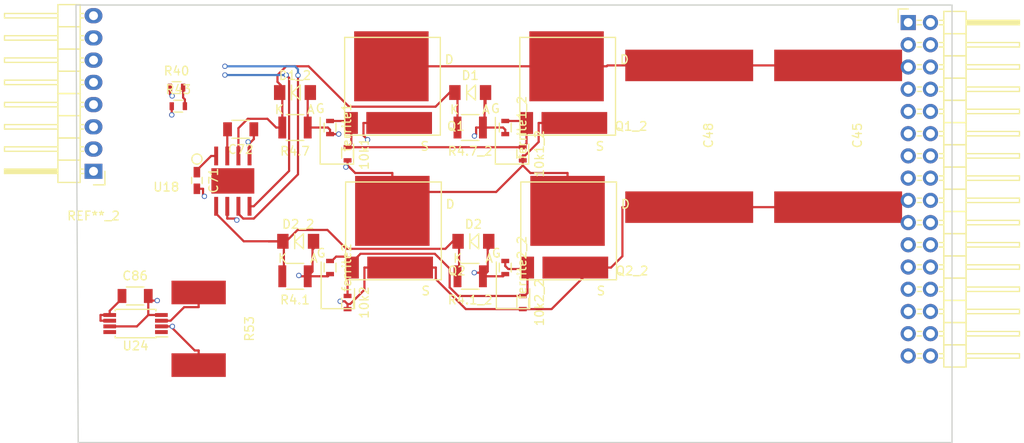
<source format=kicad_pcb>
(kicad_pcb (version 20171130) (host pcbnew "(5.1.12)-1")

  (general
    (thickness 1.6)
    (drawings 6)
    (tracks 255)
    (zones 0)
    (modules 32)
    (nets 19)
  )

  (page A4)
  (layers
    (0 F.Cu signal)
    (1 In1.Cu signal)
    (2 In2.Cu signal)
    (31 B.Cu signal)
    (32 B.Adhes user hide)
    (33 F.Adhes user hide)
    (34 B.Paste user hide)
    (35 F.Paste user hide)
    (36 B.SilkS user hide)
    (37 F.SilkS user hide)
    (38 B.Mask user hide)
    (39 F.Mask user hide)
    (40 Dwgs.User user hide)
    (41 Cmts.User user hide)
    (42 Eco1.User user hide)
    (43 Eco2.User user hide)
    (44 Edge.Cuts user)
    (45 Margin user hide)
    (46 B.CrtYd user hide)
    (47 F.CrtYd user hide)
    (48 B.Fab user hide)
    (49 F.Fab user hide)
  )

  (setup
    (last_trace_width 0.25)
    (user_trace_width 0.3)
    (user_trace_width 0.5)
    (trace_clearance 0.2)
    (zone_clearance 0.508)
    (zone_45_only no)
    (trace_min 0.2)
    (via_size 0.6)
    (via_drill 0.4)
    (via_min_size 0.4)
    (via_min_drill 0.3)
    (uvia_size 0.3)
    (uvia_drill 0.1)
    (uvias_allowed no)
    (uvia_min_size 0.2)
    (uvia_min_drill 0.1)
    (edge_width 0.15)
    (segment_width 0.2)
    (pcb_text_width 0.3)
    (pcb_text_size 1.5 1.5)
    (mod_edge_width 0.15)
    (mod_text_size 1 1)
    (mod_text_width 0.15)
    (pad_size 2.7 6.2)
    (pad_drill 0)
    (pad_to_mask_clearance 0.2)
    (aux_axis_origin 0 0)
    (visible_elements 7FFFFF7F)
    (pcbplotparams
      (layerselection 0x00030_80000001)
      (usegerberextensions false)
      (usegerberattributes true)
      (usegerberadvancedattributes true)
      (creategerberjobfile true)
      (excludeedgelayer true)
      (linewidth 0.100000)
      (plotframeref false)
      (viasonmask false)
      (mode 1)
      (useauxorigin false)
      (hpglpennumber 1)
      (hpglpenspeed 20)
      (hpglpendiameter 15.000000)
      (psnegative false)
      (psa4output false)
      (plotreference true)
      (plotvalue true)
      (plotinvisibletext false)
      (padsonsilk false)
      (subtractmaskfromsilk false)
      (outputformat 1)
      (mirror false)
      (drillshape 1)
      (scaleselection 1)
      (outputdirectory ""))
  )

  (net 0 "")
  (net 1 GND)
  (net 2 "Net-(10k1-Pad1)")
  (net 3 "Net-(10k2-Pad1)")
  (net 4 "Net-(C69-Pad1)")
  (net 5 "Net-(C72-Pad2)")
  (net 6 "Net-(C86-Pad1)")
  (net 7 "Net-(D1-Pad2)")
  (net 8 "Net-(D2-Pad2)")
  (net 9 /connector/CurrentA)
  (net 10 "Net-(U24-Pad1)")
  (net 11 /Ti_120vgate/phase_a_in)
  (net 12 /mosfet/VBUS)
  (net 13 /Ti_120vgate/H1)
  (net 14 /Ti_120vgate/L1)
  (net 15 /connector/Vsense_a)
  (net 16 /Ti_120vgate/PWM_H1)
  (net 17 /Ti_120vgate/PWM_L1)
  (net 18 "Net-(P5-Pad1)")

  (net_class Default "This is the default net class."
    (clearance 0.2)
    (trace_width 0.25)
    (via_dia 0.6)
    (via_drill 0.4)
    (uvia_dia 0.3)
    (uvia_drill 0.1)
    (add_net /Ti_120vgate/H1)
    (add_net /Ti_120vgate/L1)
    (add_net /Ti_120vgate/PWM_H1)
    (add_net /Ti_120vgate/PWM_L1)
    (add_net /Ti_120vgate/phase_a_in)
    (add_net /connector/CurrentA)
    (add_net /connector/Vsense_a)
    (add_net /mosfet/VBUS)
    (add_net GND)
    (add_net "Net-(10k1-Pad1)")
    (add_net "Net-(10k2-Pad1)")
    (add_net "Net-(C69-Pad1)")
    (add_net "Net-(C72-Pad2)")
    (add_net "Net-(C86-Pad1)")
    (add_net "Net-(D1-Pad2)")
    (add_net "Net-(D2-Pad2)")
    (add_net "Net-(P5-Pad1)")
    (add_net "Net-(U24-Pad1)")
  )

  (module Resistors_SMD:R_1210 (layer F.Cu) (tedit 58307C54) (tstamp 5848588F)
    (at 140 55 180)
    (descr "Resistor SMD 1210, reflow soldering, Vishay (see dcrcw.pdf)")
    (tags "resistor 1210")
    (path /581BAE74/581BBD39)
    (attr smd)
    (fp_text reference R4.1_2 (at 0 -2.7 180) (layer F.SilkS)
      (effects (font (size 1 1) (thickness 0.15)))
    )
    (fp_text value R_Small (at 0 2.7 180) (layer F.Fab)
      (effects (font (size 1 1) (thickness 0.15)))
    )
    (fp_line (start -1.6 1.25) (end -1.6 -1.25) (layer F.Fab) (width 0.1))
    (fp_line (start 1.6 1.25) (end -1.6 1.25) (layer F.Fab) (width 0.1))
    (fp_line (start 1.6 -1.25) (end 1.6 1.25) (layer F.Fab) (width 0.1))
    (fp_line (start -1.6 -1.25) (end 1.6 -1.25) (layer F.Fab) (width 0.1))
    (fp_line (start -2.2 -1.6) (end 2.2 -1.6) (layer F.CrtYd) (width 0.05))
    (fp_line (start -2.2 1.6) (end 2.2 1.6) (layer F.CrtYd) (width 0.05))
    (fp_line (start -2.2 -1.6) (end -2.2 1.6) (layer F.CrtYd) (width 0.05))
    (fp_line (start 2.2 -1.6) (end 2.2 1.6) (layer F.CrtYd) (width 0.05))
    (fp_line (start 1 1.475) (end -1 1.475) (layer F.SilkS) (width 0.15))
    (fp_line (start -1 -1.475) (end 1 -1.475) (layer F.SilkS) (width 0.15))
    (pad 1 smd rect (at -1.45 0 180) (size 0.9 2.5) (layers F.Cu F.Paste F.Mask)
      (net 8 "Net-(D2-Pad2)"))
    (pad 2 smd rect (at 1.45 0 180) (size 0.9 2.5) (layers F.Cu F.Paste F.Mask)
      (net 14 /Ti_120vgate/L1))
    (model Resistors_SMD.3dshapes/R_1210.wrl
      (at (xyz 0 0 0))
      (scale (xyz 1 1 1))
      (rotate (xyz 0 0 0))
    )
  )

  (module Resistors_SMD:R_0603 (layer F.Cu) (tedit 58307A47) (tstamp 5848586A)
    (at 144 54 270)
    (descr "Resistor SMD 0603, reflow soldering, Vishay (see dcrcw.pdf)")
    (tags "resistor 0603")
    (path /581BAE74/581BBD33)
    (attr smd)
    (fp_text reference ferrite2_2 (at 0 -1.9 270) (layer F.SilkS)
      (effects (font (size 1 1) (thickness 0.15)))
    )
    (fp_text value R_Small (at 0 1.9 270) (layer F.Fab)
      (effects (font (size 1 1) (thickness 0.15)))
    )
    (fp_line (start -0.8 0.4) (end -0.8 -0.4) (layer F.Fab) (width 0.1))
    (fp_line (start 0.8 0.4) (end -0.8 0.4) (layer F.Fab) (width 0.1))
    (fp_line (start 0.8 -0.4) (end 0.8 0.4) (layer F.Fab) (width 0.1))
    (fp_line (start -0.8 -0.4) (end 0.8 -0.4) (layer F.Fab) (width 0.1))
    (fp_line (start -1.3 -0.8) (end 1.3 -0.8) (layer F.CrtYd) (width 0.05))
    (fp_line (start -1.3 0.8) (end 1.3 0.8) (layer F.CrtYd) (width 0.05))
    (fp_line (start -1.3 -0.8) (end -1.3 0.8) (layer F.CrtYd) (width 0.05))
    (fp_line (start 1.3 -0.8) (end 1.3 0.8) (layer F.CrtYd) (width 0.05))
    (fp_line (start 0.5 0.675) (end -0.5 0.675) (layer F.SilkS) (width 0.15))
    (fp_line (start -0.5 -0.675) (end 0.5 -0.675) (layer F.SilkS) (width 0.15))
    (pad 1 smd rect (at -0.75 0 270) (size 0.5 0.9) (layers F.Cu F.Paste F.Mask)
      (net 3 "Net-(10k2-Pad1)"))
    (pad 2 smd rect (at 0.75 0 270) (size 0.5 0.9) (layers F.Cu F.Paste F.Mask)
      (net 8 "Net-(D2-Pad2)"))
    (model Resistors_SMD.3dshapes/R_0603.wrl
      (at (xyz 0 0 0))
      (scale (xyz 1 1 1))
      (rotate (xyz 0 0 0))
    )
  )

  (module Resistors_SMD:R_1210 (layer F.Cu) (tedit 58307C54) (tstamp 58485845)
    (at 140 38 180)
    (descr "Resistor SMD 1210, reflow soldering, Vishay (see dcrcw.pdf)")
    (tags "resistor 1210")
    (path /581BAE74/581BB7A6)
    (attr smd)
    (fp_text reference R4.7_2 (at 0 -2.7 180) (layer F.SilkS)
      (effects (font (size 1 1) (thickness 0.15)))
    )
    (fp_text value R_Small (at 0 2.7 180) (layer F.Fab)
      (effects (font (size 1 1) (thickness 0.15)))
    )
    (fp_line (start -1.6 1.25) (end -1.6 -1.25) (layer F.Fab) (width 0.1))
    (fp_line (start 1.6 1.25) (end -1.6 1.25) (layer F.Fab) (width 0.1))
    (fp_line (start 1.6 -1.25) (end 1.6 1.25) (layer F.Fab) (width 0.1))
    (fp_line (start -1.6 -1.25) (end 1.6 -1.25) (layer F.Fab) (width 0.1))
    (fp_line (start -2.2 -1.6) (end 2.2 -1.6) (layer F.CrtYd) (width 0.05))
    (fp_line (start -2.2 1.6) (end 2.2 1.6) (layer F.CrtYd) (width 0.05))
    (fp_line (start -2.2 -1.6) (end -2.2 1.6) (layer F.CrtYd) (width 0.05))
    (fp_line (start 2.2 -1.6) (end 2.2 1.6) (layer F.CrtYd) (width 0.05))
    (fp_line (start 1 1.475) (end -1 1.475) (layer F.SilkS) (width 0.15))
    (fp_line (start -1 -1.475) (end 1 -1.475) (layer F.SilkS) (width 0.15))
    (pad 1 smd rect (at -1.45 0 180) (size 0.9 2.5) (layers F.Cu F.Paste F.Mask)
      (net 7 "Net-(D1-Pad2)"))
    (pad 2 smd rect (at 1.45 0 180) (size 0.9 2.5) (layers F.Cu F.Paste F.Mask)
      (net 13 /Ti_120vgate/H1))
    (model Resistors_SMD.3dshapes/R_1210.wrl
      (at (xyz 0 0 0))
      (scale (xyz 1 1 1))
      (rotate (xyz 0 0 0))
    )
  )

  (module Resistors_SMD:R_0603 (layer F.Cu) (tedit 58307A47) (tstamp 58485836)
    (at 144 38 270)
    (descr "Resistor SMD 0603, reflow soldering, Vishay (see dcrcw.pdf)")
    (tags "resistor 0603")
    (path /581BAE74/581BB777)
    (attr smd)
    (fp_text reference ferrite1_2 (at 0 -1.9 270) (layer F.SilkS)
      (effects (font (size 1 1) (thickness 0.15)))
    )
    (fp_text value R_Small (at 0 1.9 270) (layer F.Fab)
      (effects (font (size 1 1) (thickness 0.15)))
    )
    (fp_line (start -0.8 0.4) (end -0.8 -0.4) (layer F.Fab) (width 0.1))
    (fp_line (start 0.8 0.4) (end -0.8 0.4) (layer F.Fab) (width 0.1))
    (fp_line (start 0.8 -0.4) (end 0.8 0.4) (layer F.Fab) (width 0.1))
    (fp_line (start -0.8 -0.4) (end 0.8 -0.4) (layer F.Fab) (width 0.1))
    (fp_line (start -1.3 -0.8) (end 1.3 -0.8) (layer F.CrtYd) (width 0.05))
    (fp_line (start -1.3 0.8) (end 1.3 0.8) (layer F.CrtYd) (width 0.05))
    (fp_line (start -1.3 -0.8) (end -1.3 0.8) (layer F.CrtYd) (width 0.05))
    (fp_line (start 1.3 -0.8) (end 1.3 0.8) (layer F.CrtYd) (width 0.05))
    (fp_line (start 0.5 0.675) (end -0.5 0.675) (layer F.SilkS) (width 0.15))
    (fp_line (start -0.5 -0.675) (end 0.5 -0.675) (layer F.SilkS) (width 0.15))
    (pad 1 smd rect (at -0.75 0 270) (size 0.5 0.9) (layers F.Cu F.Paste F.Mask)
      (net 2 "Net-(10k1-Pad1)"))
    (pad 2 smd rect (at 0.75 0 270) (size 0.5 0.9) (layers F.Cu F.Paste F.Mask)
      (net 7 "Net-(D1-Pad2)"))
    (model Resistors_SMD.3dshapes/R_0603.wrl
      (at (xyz 0 0 0))
      (scale (xyz 1 1 1))
      (rotate (xyz 0 0 0))
    )
  )

  (module Resistors_SMD:R_0603 (layer F.Cu) (tedit 58307A47) (tstamp 58485827)
    (at 146 58 270)
    (descr "Resistor SMD 0603, reflow soldering, Vishay (see dcrcw.pdf)")
    (tags "resistor 0603")
    (path /581BAE74/581BBD2D)
    (attr smd)
    (fp_text reference 10k2_2 (at 0 -1.9 270) (layer F.SilkS)
      (effects (font (size 1 1) (thickness 0.15)))
    )
    (fp_text value R_Small (at 0 1.9 270) (layer F.Fab)
      (effects (font (size 1 1) (thickness 0.15)))
    )
    (fp_line (start -0.8 0.4) (end -0.8 -0.4) (layer F.Fab) (width 0.1))
    (fp_line (start 0.8 0.4) (end -0.8 0.4) (layer F.Fab) (width 0.1))
    (fp_line (start 0.8 -0.4) (end 0.8 0.4) (layer F.Fab) (width 0.1))
    (fp_line (start -0.8 -0.4) (end 0.8 -0.4) (layer F.Fab) (width 0.1))
    (fp_line (start -1.3 -0.8) (end 1.3 -0.8) (layer F.CrtYd) (width 0.05))
    (fp_line (start -1.3 0.8) (end 1.3 0.8) (layer F.CrtYd) (width 0.05))
    (fp_line (start -1.3 -0.8) (end -1.3 0.8) (layer F.CrtYd) (width 0.05))
    (fp_line (start 1.3 -0.8) (end 1.3 0.8) (layer F.CrtYd) (width 0.05))
    (fp_line (start 0.5 0.675) (end -0.5 0.675) (layer F.SilkS) (width 0.15))
    (fp_line (start -0.5 -0.675) (end 0.5 -0.675) (layer F.SilkS) (width 0.15))
    (pad 1 smd rect (at -0.75 0 270) (size 0.5 0.9) (layers F.Cu F.Paste F.Mask)
      (net 3 "Net-(10k2-Pad1)"))
    (pad 2 smd rect (at 0.75 0 270) (size 0.5 0.9) (layers F.Cu F.Paste F.Mask)
      (net 1 GND))
    (model Resistors_SMD.3dshapes/R_0603.wrl
      (at (xyz 0 0 0))
      (scale (xyz 1 1 1))
      (rotate (xyz 0 0 0))
    )
  )

  (module Resistors_SMD:R_0603 (layer F.Cu) (tedit 58307A47) (tstamp 58485818)
    (at 146 41 270)
    (descr "Resistor SMD 0603, reflow soldering, Vishay (see dcrcw.pdf)")
    (tags "resistor 0603")
    (path /581BAE74/581BB70C)
    (attr smd)
    (fp_text reference 10k1_2 (at 0 -1.9 270) (layer F.SilkS)
      (effects (font (size 1 1) (thickness 0.15)))
    )
    (fp_text value R_Small (at 0 1.9 270) (layer F.Fab)
      (effects (font (size 1 1) (thickness 0.15)))
    )
    (fp_line (start -0.8 0.4) (end -0.8 -0.4) (layer F.Fab) (width 0.1))
    (fp_line (start 0.8 0.4) (end -0.8 0.4) (layer F.Fab) (width 0.1))
    (fp_line (start 0.8 -0.4) (end 0.8 0.4) (layer F.Fab) (width 0.1))
    (fp_line (start -0.8 -0.4) (end 0.8 -0.4) (layer F.Fab) (width 0.1))
    (fp_line (start -1.3 -0.8) (end 1.3 -0.8) (layer F.CrtYd) (width 0.05))
    (fp_line (start -1.3 0.8) (end 1.3 0.8) (layer F.CrtYd) (width 0.05))
    (fp_line (start -1.3 -0.8) (end -1.3 0.8) (layer F.CrtYd) (width 0.05))
    (fp_line (start 1.3 -0.8) (end 1.3 0.8) (layer F.CrtYd) (width 0.05))
    (fp_line (start 0.5 0.675) (end -0.5 0.675) (layer F.SilkS) (width 0.15))
    (fp_line (start -0.5 -0.675) (end 0.5 -0.675) (layer F.SilkS) (width 0.15))
    (pad 1 smd rect (at -0.75 0 270) (size 0.5 0.9) (layers F.Cu F.Paste F.Mask)
      (net 2 "Net-(10k1-Pad1)"))
    (pad 2 smd rect (at 0.75 0 270) (size 0.5 0.9) (layers F.Cu F.Paste F.Mask)
      (net 11 /Ti_120vgate/phase_a_in))
    (model Resistors_SMD.3dshapes/R_0603.wrl
      (at (xyz 0 0 0))
      (scale (xyz 1 1 1))
      (rotate (xyz 0 0 0))
    )
  )

  (module library_new:P-PG-HSOF-08 (layer F.Cu) (tedit 57AF3185) (tstamp 58485808)
    (at 151.111 49.809)
    (path /581BAE74/581BB156)
    (fp_text reference Q2_2 (at 7.366 4.572) (layer F.SilkS)
      (effects (font (size 1 1) (thickness 0.15)))
    )
    (fp_text value FDMT-800 (at -0.4064 -6.4516) (layer F.Fab)
      (effects (font (size 1 1) (thickness 0.15)))
    )
    (fp_line (start -4.318 6.604) (end -4.318 8.89) (layer F.SilkS) (width 0.15))
    (fp_line (start -4.318 8.89) (end -8.128 8.89) (layer F.SilkS) (width 0.15))
    (fp_line (start -8.128 8.89) (end -8.128 3.556) (layer F.SilkS) (width 0.15))
    (fp_line (start -5.334 -5.588) (end 5.588 -5.588) (layer F.SilkS) (width 0.15))
    (fp_line (start 5.588 -5.588) (end 5.588 5.588) (layer F.SilkS) (width 0.15))
    (fp_line (start 5.588 5.588) (end -5.334 5.588) (layer F.SilkS) (width 0.15))
    (fp_line (start -5.334 5.588) (end -5.334 -5.588) (layer F.SilkS) (width 0.15))
    (fp_text user D (at 6.604 -3.048) (layer F.SilkS)
      (effects (font (size 1 1) (thickness 0.15)))
    )
    (fp_text user S (at 3.81 6.858) (layer F.SilkS)
      (effects (font (size 1 1) (thickness 0.15)))
    )
    (fp_text user G (at -8.128 2.54) (layer F.SilkS)
      (effects (font (size 1 1) (thickness 0.15)))
    )
    (pad 2 smd rect (at 0.889 4.191) (size 7.5 2.5) (layers F.Cu F.Paste F.Mask)
      (net 1 GND))
    (pad 3 smd rect (at -4.572 4.191) (size 1.5 2.5) (layers F.Cu F.Paste F.Mask)
      (net 3 "Net-(10k2-Pad1)"))
    (pad 1 smd rect (at 0 -2.286) (size 8.5 8) (layers F.Cu F.Paste F.Mask)
      (net 11 /Ti_120vgate/phase_a_in))
  )

  (module library_new:P-PG-HSOF-08 (layer F.Cu) (tedit 57AF3185) (tstamp 584857F8)
    (at 151 33.286)
    (path /581BAE74/581BAE7D)
    (fp_text reference Q1_2 (at 7.366 4.572) (layer F.SilkS)
      (effects (font (size 1 1) (thickness 0.15)))
    )
    (fp_text value FDMT-800 (at -0.4064 -6.4516) (layer F.Fab)
      (effects (font (size 1 1) (thickness 0.15)))
    )
    (fp_line (start -4.318 6.604) (end -4.318 8.89) (layer F.SilkS) (width 0.15))
    (fp_line (start -4.318 8.89) (end -8.128 8.89) (layer F.SilkS) (width 0.15))
    (fp_line (start -8.128 8.89) (end -8.128 3.556) (layer F.SilkS) (width 0.15))
    (fp_line (start -5.334 -5.588) (end 5.588 -5.588) (layer F.SilkS) (width 0.15))
    (fp_line (start 5.588 -5.588) (end 5.588 5.588) (layer F.SilkS) (width 0.15))
    (fp_line (start 5.588 5.588) (end -5.334 5.588) (layer F.SilkS) (width 0.15))
    (fp_line (start -5.334 5.588) (end -5.334 -5.588) (layer F.SilkS) (width 0.15))
    (fp_text user D (at 6.604 -3.048) (layer F.SilkS)
      (effects (font (size 1 1) (thickness 0.15)))
    )
    (fp_text user S (at 3.81 6.858) (layer F.SilkS)
      (effects (font (size 1 1) (thickness 0.15)))
    )
    (fp_text user G (at -8.128 2.54) (layer F.SilkS)
      (effects (font (size 1 1) (thickness 0.15)))
    )
    (pad 2 smd rect (at 0.889 4.191) (size 7.5 2.5) (layers F.Cu F.Paste F.Mask)
      (net 11 /Ti_120vgate/phase_a_in))
    (pad 3 smd rect (at -4.572 4.191) (size 1.5 2.5) (layers F.Cu F.Paste F.Mask)
      (net 2 "Net-(10k1-Pad1)"))
    (pad 1 smd rect (at 0 -2.286) (size 8.5 8) (layers F.Cu F.Paste F.Mask)
      (net 12 /mosfet/VBUS))
  )

  (module Resistors_SMD:R_0603 (layer F.Cu) (tedit 58307A47) (tstamp 58482F5A)
    (at 126 41 270)
    (descr "Resistor SMD 0603, reflow soldering, Vishay (see dcrcw.pdf)")
    (tags "resistor 0603")
    (path /581BAE74/581BB70C)
    (attr smd)
    (fp_text reference 10k1 (at 0 -1.9 270) (layer F.SilkS)
      (effects (font (size 1 1) (thickness 0.15)))
    )
    (fp_text value R_Small (at 0 1.9 270) (layer F.Fab)
      (effects (font (size 1 1) (thickness 0.15)))
    )
    (fp_line (start -0.8 0.4) (end -0.8 -0.4) (layer F.Fab) (width 0.1))
    (fp_line (start 0.8 0.4) (end -0.8 0.4) (layer F.Fab) (width 0.1))
    (fp_line (start 0.8 -0.4) (end 0.8 0.4) (layer F.Fab) (width 0.1))
    (fp_line (start -0.8 -0.4) (end 0.8 -0.4) (layer F.Fab) (width 0.1))
    (fp_line (start -1.3 -0.8) (end 1.3 -0.8) (layer F.CrtYd) (width 0.05))
    (fp_line (start -1.3 0.8) (end 1.3 0.8) (layer F.CrtYd) (width 0.05))
    (fp_line (start -1.3 -0.8) (end -1.3 0.8) (layer F.CrtYd) (width 0.05))
    (fp_line (start 1.3 -0.8) (end 1.3 0.8) (layer F.CrtYd) (width 0.05))
    (fp_line (start 0.5 0.675) (end -0.5 0.675) (layer F.SilkS) (width 0.15))
    (fp_line (start -0.5 -0.675) (end 0.5 -0.675) (layer F.SilkS) (width 0.15))
    (pad 1 smd rect (at -0.75 0 270) (size 0.5 0.9) (layers F.Cu F.Paste F.Mask)
      (net 2 "Net-(10k1-Pad1)"))
    (pad 2 smd rect (at 0.75 0 270) (size 0.5 0.9) (layers F.Cu F.Paste F.Mask)
      (net 11 /Ti_120vgate/phase_a_in))
    (model Resistors_SMD.3dshapes/R_0603.wrl
      (at (xyz 0 0 0))
      (scale (xyz 1 1 1))
      (rotate (xyz 0 0 0))
    )
  )

  (module Resistors_SMD:R_0603 (layer F.Cu) (tedit 58307A47) (tstamp 58482F6A)
    (at 126 58 270)
    (descr "Resistor SMD 0603, reflow soldering, Vishay (see dcrcw.pdf)")
    (tags "resistor 0603")
    (path /581BAE74/581BBD2D)
    (attr smd)
    (fp_text reference 10k2 (at 0 -1.9 270) (layer F.SilkS)
      (effects (font (size 1 1) (thickness 0.15)))
    )
    (fp_text value R_Small (at 0 1.9 270) (layer F.Fab)
      (effects (font (size 1 1) (thickness 0.15)))
    )
    (fp_line (start -0.8 0.4) (end -0.8 -0.4) (layer F.Fab) (width 0.1))
    (fp_line (start 0.8 0.4) (end -0.8 0.4) (layer F.Fab) (width 0.1))
    (fp_line (start 0.8 -0.4) (end 0.8 0.4) (layer F.Fab) (width 0.1))
    (fp_line (start -0.8 -0.4) (end 0.8 -0.4) (layer F.Fab) (width 0.1))
    (fp_line (start -1.3 -0.8) (end 1.3 -0.8) (layer F.CrtYd) (width 0.05))
    (fp_line (start -1.3 0.8) (end 1.3 0.8) (layer F.CrtYd) (width 0.05))
    (fp_line (start -1.3 -0.8) (end -1.3 0.8) (layer F.CrtYd) (width 0.05))
    (fp_line (start 1.3 -0.8) (end 1.3 0.8) (layer F.CrtYd) (width 0.05))
    (fp_line (start 0.5 0.675) (end -0.5 0.675) (layer F.SilkS) (width 0.15))
    (fp_line (start -0.5 -0.675) (end 0.5 -0.675) (layer F.SilkS) (width 0.15))
    (pad 1 smd rect (at -0.75 0 270) (size 0.5 0.9) (layers F.Cu F.Paste F.Mask)
      (net 3 "Net-(10k2-Pad1)"))
    (pad 2 smd rect (at 0.75 0 270) (size 0.5 0.9) (layers F.Cu F.Paste F.Mask)
      (net 1 GND))
    (model Resistors_SMD.3dshapes/R_0603.wrl
      (at (xyz 0 0 0))
      (scale (xyz 1 1 1))
      (rotate (xyz 0 0 0))
    )
  )

  (module library_new:cap_6065 (layer F.Cu) (tedit 58396034) (tstamp 58482FCC)
    (at 182 39 90)
    (path /581BAE74/583A3566)
    (fp_text reference C45 (at 0.1 2.2 90) (layer F.SilkS)
      (effects (font (size 1 1) (thickness 0.15)))
    )
    (fp_text value 4.7uf (at 0 -3.5 90) (layer F.Fab)
      (effects (font (size 1 1) (thickness 0.15)))
    )
    (pad 1 smd rect (at -8.1 0 90) (size 3.6 14.6) (layers F.Cu F.Paste F.Mask)
      (net 1 GND))
    (pad 2 smd rect (at 8.1 0 90) (size 3.6 14.6) (layers F.Cu F.Paste F.Mask)
      (net 12 /mosfet/VBUS))
  )

  (module library_new:cap_6065 (layer F.Cu) (tedit 58396034) (tstamp 58482FDE)
    (at 165 39 90)
    (path /581BAE74/583A38AE)
    (fp_text reference C48 (at 0.1 2.2 90) (layer F.SilkS)
      (effects (font (size 1 1) (thickness 0.15)))
    )
    (fp_text value 4.7uf (at 0 -3.5 90) (layer F.Fab)
      (effects (font (size 1 1) (thickness 0.15)))
    )
    (pad 1 smd rect (at -8.1 0 90) (size 3.6 14.6) (layers F.Cu F.Paste F.Mask)
      (net 1 GND))
    (pad 2 smd rect (at 8.1 0 90) (size 3.6 14.6) (layers F.Cu F.Paste F.Mask)
      (net 12 /mosfet/VBUS))
  )

  (module Capacitors_SMD:C_0603_HandSoldering (layer F.Cu) (tedit 541A9B4D) (tstamp 5848300E)
    (at 108.8 44.05 270)
    (descr "Capacitor SMD 0603, hand soldering")
    (tags "capacitor 0603")
    (path /58369D26/5836A9D9)
    (attr smd)
    (fp_text reference C71 (at 0 -1.9 270) (layer F.SilkS)
      (effects (font (size 1 1) (thickness 0.15)))
    )
    (fp_text value 1uf (at 0 1.9 270) (layer F.Fab)
      (effects (font (size 1 1) (thickness 0.15)))
    )
    (fp_line (start -0.8 0.4) (end -0.8 -0.4) (layer F.Fab) (width 0.15))
    (fp_line (start 0.8 0.4) (end -0.8 0.4) (layer F.Fab) (width 0.15))
    (fp_line (start 0.8 -0.4) (end 0.8 0.4) (layer F.Fab) (width 0.15))
    (fp_line (start -0.8 -0.4) (end 0.8 -0.4) (layer F.Fab) (width 0.15))
    (fp_line (start -1.85 -0.75) (end 1.85 -0.75) (layer F.CrtYd) (width 0.05))
    (fp_line (start -1.85 0.75) (end 1.85 0.75) (layer F.CrtYd) (width 0.05))
    (fp_line (start -1.85 -0.75) (end -1.85 0.75) (layer F.CrtYd) (width 0.05))
    (fp_line (start 1.85 -0.75) (end 1.85 0.75) (layer F.CrtYd) (width 0.05))
    (fp_line (start -0.35 -0.6) (end 0.35 -0.6) (layer F.SilkS) (width 0.15))
    (fp_line (start 0.35 0.6) (end -0.35 0.6) (layer F.SilkS) (width 0.15))
    (pad 1 smd rect (at -0.95 0 270) (size 1.2 0.75) (layers F.Cu F.Paste F.Mask)
      (net 4 "Net-(C69-Pad1)"))
    (pad 2 smd rect (at 0.95 0 270) (size 1.2 0.75) (layers F.Cu F.Paste F.Mask)
      (net 1 GND))
    (model Capacitors_SMD.3dshapes/C_0603_HandSoldering.wrl
      (at (xyz 0 0 0))
      (scale (xyz 1 1 1))
      (rotate (xyz 0 0 0))
    )
  )

  (module Capacitors_SMD:C_1206 (layer F.Cu) (tedit 5415D7BD) (tstamp 5848301E)
    (at 113.8 38.2 180)
    (descr "Capacitor SMD 1206, reflow soldering, AVX (see smccp.pdf)")
    (tags "capacitor 1206")
    (path /58369D26/5836A2CD)
    (attr smd)
    (fp_text reference C72 (at 0 -2.3 180) (layer F.SilkS)
      (effects (font (size 1 1) (thickness 0.15)))
    )
    (fp_text value 0.1uf (at 0 2.3 180) (layer F.Fab)
      (effects (font (size 1 1) (thickness 0.15)))
    )
    (fp_line (start -1.6 0.8) (end -1.6 -0.8) (layer F.Fab) (width 0.15))
    (fp_line (start 1.6 0.8) (end -1.6 0.8) (layer F.Fab) (width 0.15))
    (fp_line (start 1.6 -0.8) (end 1.6 0.8) (layer F.Fab) (width 0.15))
    (fp_line (start -1.6 -0.8) (end 1.6 -0.8) (layer F.Fab) (width 0.15))
    (fp_line (start -2.3 -1.15) (end 2.3 -1.15) (layer F.CrtYd) (width 0.05))
    (fp_line (start -2.3 1.15) (end 2.3 1.15) (layer F.CrtYd) (width 0.05))
    (fp_line (start -2.3 -1.15) (end -2.3 1.15) (layer F.CrtYd) (width 0.05))
    (fp_line (start 2.3 -1.15) (end 2.3 1.15) (layer F.CrtYd) (width 0.05))
    (fp_line (start 1 -1.025) (end -1 -1.025) (layer F.SilkS) (width 0.15))
    (fp_line (start -1 1.025) (end 1 1.025) (layer F.SilkS) (width 0.15))
    (pad 1 smd rect (at -1.5 0 180) (size 1 1.6) (layers F.Cu F.Paste F.Mask)
      (net 11 /Ti_120vgate/phase_a_in))
    (pad 2 smd rect (at 1.5 0 180) (size 1 1.6) (layers F.Cu F.Paste F.Mask)
      (net 5 "Net-(C72-Pad2)"))
    (model Capacitors_SMD.3dshapes/C_1206.wrl
      (at (xyz 0 0 0))
      (scale (xyz 1 1 1))
      (rotate (xyz 0 0 0))
    )
  )

  (module Capacitors_SMD:C_1206 (layer F.Cu) (tedit 5415D7BD) (tstamp 584830FE)
    (at 101.75 57.25)
    (descr "Capacitor SMD 1206, reflow soldering, AVX (see smccp.pdf)")
    (tags "capacitor 1206")
    (path /583A549A/583A5556)
    (attr smd)
    (fp_text reference C86 (at 0 -2.3) (layer F.SilkS)
      (effects (font (size 1 1) (thickness 0.15)))
    )
    (fp_text value 0.1uf (at 0 2.3) (layer F.Fab)
      (effects (font (size 1 1) (thickness 0.15)))
    )
    (fp_line (start -1.6 0.8) (end -1.6 -0.8) (layer F.Fab) (width 0.15))
    (fp_line (start 1.6 0.8) (end -1.6 0.8) (layer F.Fab) (width 0.15))
    (fp_line (start 1.6 -0.8) (end 1.6 0.8) (layer F.Fab) (width 0.15))
    (fp_line (start -1.6 -0.8) (end 1.6 -0.8) (layer F.Fab) (width 0.15))
    (fp_line (start -2.3 -1.15) (end 2.3 -1.15) (layer F.CrtYd) (width 0.05))
    (fp_line (start -2.3 1.15) (end 2.3 1.15) (layer F.CrtYd) (width 0.05))
    (fp_line (start -2.3 -1.15) (end -2.3 1.15) (layer F.CrtYd) (width 0.05))
    (fp_line (start 2.3 -1.15) (end 2.3 1.15) (layer F.CrtYd) (width 0.05))
    (fp_line (start 1 -1.025) (end -1 -1.025) (layer F.SilkS) (width 0.15))
    (fp_line (start -1 1.025) (end 1 1.025) (layer F.SilkS) (width 0.15))
    (pad 1 smd rect (at -1.5 0) (size 1 1.6) (layers F.Cu F.Paste F.Mask)
      (net 6 "Net-(C86-Pad1)"))
    (pad 2 smd rect (at 1.5 0) (size 1 1.6) (layers F.Cu F.Paste F.Mask)
      (net 1 GND))
    (model Capacitors_SMD.3dshapes/C_1206.wrl
      (at (xyz 0 0 0))
      (scale (xyz 1 1 1))
      (rotate (xyz 0 0 0))
    )
  )

  (module Resistors_SMD:R_0603 (layer F.Cu) (tedit 58307A47) (tstamp 5848334F)
    (at 124 38 270)
    (descr "Resistor SMD 0603, reflow soldering, Vishay (see dcrcw.pdf)")
    (tags "resistor 0603")
    (path /581BAE74/581BB777)
    (attr smd)
    (fp_text reference ferrite1 (at 0 -1.9 270) (layer F.SilkS)
      (effects (font (size 1 1) (thickness 0.15)))
    )
    (fp_text value R_Small (at 0 1.9 270) (layer F.Fab)
      (effects (font (size 1 1) (thickness 0.15)))
    )
    (fp_line (start -0.8 0.4) (end -0.8 -0.4) (layer F.Fab) (width 0.1))
    (fp_line (start 0.8 0.4) (end -0.8 0.4) (layer F.Fab) (width 0.1))
    (fp_line (start 0.8 -0.4) (end 0.8 0.4) (layer F.Fab) (width 0.1))
    (fp_line (start -0.8 -0.4) (end 0.8 -0.4) (layer F.Fab) (width 0.1))
    (fp_line (start -1.3 -0.8) (end 1.3 -0.8) (layer F.CrtYd) (width 0.05))
    (fp_line (start -1.3 0.8) (end 1.3 0.8) (layer F.CrtYd) (width 0.05))
    (fp_line (start -1.3 -0.8) (end -1.3 0.8) (layer F.CrtYd) (width 0.05))
    (fp_line (start 1.3 -0.8) (end 1.3 0.8) (layer F.CrtYd) (width 0.05))
    (fp_line (start 0.5 0.675) (end -0.5 0.675) (layer F.SilkS) (width 0.15))
    (fp_line (start -0.5 -0.675) (end 0.5 -0.675) (layer F.SilkS) (width 0.15))
    (pad 1 smd rect (at -0.75 0 270) (size 0.5 0.9) (layers F.Cu F.Paste F.Mask)
      (net 2 "Net-(10k1-Pad1)"))
    (pad 2 smd rect (at 0.75 0 270) (size 0.5 0.9) (layers F.Cu F.Paste F.Mask)
      (net 7 "Net-(D1-Pad2)"))
    (model Resistors_SMD.3dshapes/R_0603.wrl
      (at (xyz 0 0 0))
      (scale (xyz 1 1 1))
      (rotate (xyz 0 0 0))
    )
  )

  (module Resistors_SMD:R_0603 (layer F.Cu) (tedit 58307A47) (tstamp 5848335F)
    (at 124 54 270)
    (descr "Resistor SMD 0603, reflow soldering, Vishay (see dcrcw.pdf)")
    (tags "resistor 0603")
    (path /581BAE74/581BBD33)
    (attr smd)
    (fp_text reference ferrite2 (at 0 -1.9 270) (layer F.SilkS)
      (effects (font (size 1 1) (thickness 0.15)))
    )
    (fp_text value R_Small (at 0 1.9 270) (layer F.Fab)
      (effects (font (size 1 1) (thickness 0.15)))
    )
    (fp_line (start -0.8 0.4) (end -0.8 -0.4) (layer F.Fab) (width 0.1))
    (fp_line (start 0.8 0.4) (end -0.8 0.4) (layer F.Fab) (width 0.1))
    (fp_line (start 0.8 -0.4) (end 0.8 0.4) (layer F.Fab) (width 0.1))
    (fp_line (start -0.8 -0.4) (end 0.8 -0.4) (layer F.Fab) (width 0.1))
    (fp_line (start -1.3 -0.8) (end 1.3 -0.8) (layer F.CrtYd) (width 0.05))
    (fp_line (start -1.3 0.8) (end 1.3 0.8) (layer F.CrtYd) (width 0.05))
    (fp_line (start -1.3 -0.8) (end -1.3 0.8) (layer F.CrtYd) (width 0.05))
    (fp_line (start 1.3 -0.8) (end 1.3 0.8) (layer F.CrtYd) (width 0.05))
    (fp_line (start 0.5 0.675) (end -0.5 0.675) (layer F.SilkS) (width 0.15))
    (fp_line (start -0.5 -0.675) (end 0.5 -0.675) (layer F.SilkS) (width 0.15))
    (pad 1 smd rect (at -0.75 0 270) (size 0.5 0.9) (layers F.Cu F.Paste F.Mask)
      (net 3 "Net-(10k2-Pad1)"))
    (pad 2 smd rect (at 0.75 0 270) (size 0.5 0.9) (layers F.Cu F.Paste F.Mask)
      (net 8 "Net-(D2-Pad2)"))
    (model Resistors_SMD.3dshapes/R_0603.wrl
      (at (xyz 0 0 0))
      (scale (xyz 1 1 1))
      (rotate (xyz 0 0 0))
    )
  )

  (module library_new:P-PG-HSOF-08 (layer F.Cu) (tedit 57AF3185) (tstamp 58483449)
    (at 131 33.286)
    (path /581BAE74/581BAE7D)
    (fp_text reference Q1 (at 7.366 4.572) (layer F.SilkS)
      (effects (font (size 1 1) (thickness 0.15)))
    )
    (fp_text value FDMT-800 (at -0.4064 -6.4516) (layer F.Fab)
      (effects (font (size 1 1) (thickness 0.15)))
    )
    (fp_line (start -4.318 6.604) (end -4.318 8.89) (layer F.SilkS) (width 0.15))
    (fp_line (start -4.318 8.89) (end -8.128 8.89) (layer F.SilkS) (width 0.15))
    (fp_line (start -8.128 8.89) (end -8.128 3.556) (layer F.SilkS) (width 0.15))
    (fp_line (start -5.334 -5.588) (end 5.588 -5.588) (layer F.SilkS) (width 0.15))
    (fp_line (start 5.588 -5.588) (end 5.588 5.588) (layer F.SilkS) (width 0.15))
    (fp_line (start 5.588 5.588) (end -5.334 5.588) (layer F.SilkS) (width 0.15))
    (fp_line (start -5.334 5.588) (end -5.334 -5.588) (layer F.SilkS) (width 0.15))
    (fp_text user D (at 6.604 -3.048) (layer F.SilkS)
      (effects (font (size 1 1) (thickness 0.15)))
    )
    (fp_text user S (at 3.81 6.858) (layer F.SilkS)
      (effects (font (size 1 1) (thickness 0.15)))
    )
    (fp_text user G (at -8.128 2.54) (layer F.SilkS)
      (effects (font (size 1 1) (thickness 0.15)))
    )
    (pad 2 smd rect (at 0.889 4.191) (size 7.5 2.5) (layers F.Cu F.Paste F.Mask)
      (net 11 /Ti_120vgate/phase_a_in))
    (pad 3 smd rect (at -4.572 4.191) (size 1.5 2.5) (layers F.Cu F.Paste F.Mask)
      (net 2 "Net-(10k1-Pad1)"))
    (pad 1 smd rect (at 0 -2.286) (size 8.5 8) (layers F.Cu F.Paste F.Mask)
      (net 12 /mosfet/VBUS))
  )

  (module library_new:P-PG-HSOF-08 (layer F.Cu) (tedit 57AF3185) (tstamp 5848345A)
    (at 131.111 49.809)
    (path /581BAE74/581BB156)
    (fp_text reference Q2 (at 7.366 4.572) (layer F.SilkS)
      (effects (font (size 1 1) (thickness 0.15)))
    )
    (fp_text value FDMT-800 (at -0.4064 -6.4516) (layer F.Fab)
      (effects (font (size 1 1) (thickness 0.15)))
    )
    (fp_line (start -4.318 6.604) (end -4.318 8.89) (layer F.SilkS) (width 0.15))
    (fp_line (start -4.318 8.89) (end -8.128 8.89) (layer F.SilkS) (width 0.15))
    (fp_line (start -8.128 8.89) (end -8.128 3.556) (layer F.SilkS) (width 0.15))
    (fp_line (start -5.334 -5.588) (end 5.588 -5.588) (layer F.SilkS) (width 0.15))
    (fp_line (start 5.588 -5.588) (end 5.588 5.588) (layer F.SilkS) (width 0.15))
    (fp_line (start 5.588 5.588) (end -5.334 5.588) (layer F.SilkS) (width 0.15))
    (fp_line (start -5.334 5.588) (end -5.334 -5.588) (layer F.SilkS) (width 0.15))
    (fp_text user D (at 6.604 -3.048) (layer F.SilkS)
      (effects (font (size 1 1) (thickness 0.15)))
    )
    (fp_text user S (at 3.81 6.858) (layer F.SilkS)
      (effects (font (size 1 1) (thickness 0.15)))
    )
    (fp_text user G (at -8.128 2.54) (layer F.SilkS)
      (effects (font (size 1 1) (thickness 0.15)))
    )
    (pad 2 smd rect (at 0.889 4.191) (size 7.5 2.5) (layers F.Cu F.Paste F.Mask)
      (net 1 GND))
    (pad 3 smd rect (at -4.572 4.191) (size 1.5 2.5) (layers F.Cu F.Paste F.Mask)
      (net 3 "Net-(10k2-Pad1)"))
    (pad 1 smd rect (at 0 -2.286) (size 8.5 8) (layers F.Cu F.Paste F.Mask)
      (net 11 /Ti_120vgate/phase_a_in))
  )

  (module Resistors_SMD:R_1210 (layer F.Cu) (tedit 58307C54) (tstamp 5848350B)
    (at 120 38 180)
    (descr "Resistor SMD 1210, reflow soldering, Vishay (see dcrcw.pdf)")
    (tags "resistor 1210")
    (path /581BAE74/581BB7A6)
    (attr smd)
    (fp_text reference R4.7 (at 0 -2.7 180) (layer F.SilkS)
      (effects (font (size 1 1) (thickness 0.15)))
    )
    (fp_text value R_Small (at 0 2.7 180) (layer F.Fab)
      (effects (font (size 1 1) (thickness 0.15)))
    )
    (fp_line (start -1.6 1.25) (end -1.6 -1.25) (layer F.Fab) (width 0.1))
    (fp_line (start 1.6 1.25) (end -1.6 1.25) (layer F.Fab) (width 0.1))
    (fp_line (start 1.6 -1.25) (end 1.6 1.25) (layer F.Fab) (width 0.1))
    (fp_line (start -1.6 -1.25) (end 1.6 -1.25) (layer F.Fab) (width 0.1))
    (fp_line (start -2.2 -1.6) (end 2.2 -1.6) (layer F.CrtYd) (width 0.05))
    (fp_line (start -2.2 1.6) (end 2.2 1.6) (layer F.CrtYd) (width 0.05))
    (fp_line (start -2.2 -1.6) (end -2.2 1.6) (layer F.CrtYd) (width 0.05))
    (fp_line (start 2.2 -1.6) (end 2.2 1.6) (layer F.CrtYd) (width 0.05))
    (fp_line (start 1 1.475) (end -1 1.475) (layer F.SilkS) (width 0.15))
    (fp_line (start -1 -1.475) (end 1 -1.475) (layer F.SilkS) (width 0.15))
    (pad 1 smd rect (at -1.45 0 180) (size 0.9 2.5) (layers F.Cu F.Paste F.Mask)
      (net 7 "Net-(D1-Pad2)"))
    (pad 2 smd rect (at 1.45 0 180) (size 0.9 2.5) (layers F.Cu F.Paste F.Mask)
      (net 13 /Ti_120vgate/H1))
    (model Resistors_SMD.3dshapes/R_1210.wrl
      (at (xyz 0 0 0))
      (scale (xyz 1 1 1))
      (rotate (xyz 0 0 0))
    )
  )

  (module Resistors_SMD:R_0603 (layer F.Cu) (tedit 58307A47) (tstamp 5848353B)
    (at 106.478 33.436)
    (descr "Resistor SMD 0603, reflow soldering, Vishay (see dcrcw.pdf)")
    (tags "resistor 0603")
    (path /58369D26/583F2C58)
    (attr smd)
    (fp_text reference R40 (at 0 -1.9) (layer F.SilkS)
      (effects (font (size 1 1) (thickness 0.15)))
    )
    (fp_text value 1.8K (at 0 1.9) (layer F.Fab)
      (effects (font (size 1 1) (thickness 0.15)))
    )
    (fp_line (start -0.8 0.4) (end -0.8 -0.4) (layer F.Fab) (width 0.1))
    (fp_line (start 0.8 0.4) (end -0.8 0.4) (layer F.Fab) (width 0.1))
    (fp_line (start 0.8 -0.4) (end 0.8 0.4) (layer F.Fab) (width 0.1))
    (fp_line (start -0.8 -0.4) (end 0.8 -0.4) (layer F.Fab) (width 0.1))
    (fp_line (start -1.3 -0.8) (end 1.3 -0.8) (layer F.CrtYd) (width 0.05))
    (fp_line (start -1.3 0.8) (end 1.3 0.8) (layer F.CrtYd) (width 0.05))
    (fp_line (start -1.3 -0.8) (end -1.3 0.8) (layer F.CrtYd) (width 0.05))
    (fp_line (start 1.3 -0.8) (end 1.3 0.8) (layer F.CrtYd) (width 0.05))
    (fp_line (start 0.5 0.675) (end -0.5 0.675) (layer F.SilkS) (width 0.15))
    (fp_line (start -0.5 -0.675) (end 0.5 -0.675) (layer F.SilkS) (width 0.15))
    (pad 1 smd rect (at -0.75 0) (size 0.5 0.9) (layers F.Cu F.Paste F.Mask)
      (net 1 GND))
    (pad 2 smd rect (at 0.75 0) (size 0.5 0.9) (layers F.Cu F.Paste F.Mask)
      (net 15 /connector/Vsense_a))
    (model Resistors_SMD.3dshapes/R_0603.wrl
      (at (xyz 0 0 0))
      (scale (xyz 1 1 1))
      (rotate (xyz 0 0 0))
    )
  )

  (module Resistors_SMD:R_0603 (layer F.Cu) (tedit 58307A47) (tstamp 5848356B)
    (at 106.68 35.56)
    (descr "Resistor SMD 0603, reflow soldering, Vishay (see dcrcw.pdf)")
    (tags "resistor 0603")
    (path /58369D26/583F2C3D)
    (attr smd)
    (fp_text reference R43 (at 0 -1.9) (layer F.SilkS)
      (effects (font (size 1 1) (thickness 0.15)))
    )
    (fp_text value 39K (at 0 1.9) (layer F.Fab)
      (effects (font (size 1 1) (thickness 0.15)))
    )
    (fp_line (start -0.8 0.4) (end -0.8 -0.4) (layer F.Fab) (width 0.1))
    (fp_line (start 0.8 0.4) (end -0.8 0.4) (layer F.Fab) (width 0.1))
    (fp_line (start 0.8 -0.4) (end 0.8 0.4) (layer F.Fab) (width 0.1))
    (fp_line (start -0.8 -0.4) (end 0.8 -0.4) (layer F.Fab) (width 0.1))
    (fp_line (start -1.3 -0.8) (end 1.3 -0.8) (layer F.CrtYd) (width 0.05))
    (fp_line (start -1.3 0.8) (end 1.3 0.8) (layer F.CrtYd) (width 0.05))
    (fp_line (start -1.3 -0.8) (end -1.3 0.8) (layer F.CrtYd) (width 0.05))
    (fp_line (start 1.3 -0.8) (end 1.3 0.8) (layer F.CrtYd) (width 0.05))
    (fp_line (start 0.5 0.675) (end -0.5 0.675) (layer F.SilkS) (width 0.15))
    (fp_line (start -0.5 -0.675) (end 0.5 -0.675) (layer F.SilkS) (width 0.15))
    (pad 1 smd rect (at -0.75 0) (size 0.5 0.9) (layers F.Cu F.Paste F.Mask)
      (net 11 /Ti_120vgate/phase_a_in))
    (pad 2 smd rect (at 0.75 0) (size 0.5 0.9) (layers F.Cu F.Paste F.Mask)
      (net 15 /connector/Vsense_a))
    (model Resistors_SMD.3dshapes/R_0603.wrl
      (at (xyz 0 0 0))
      (scale (xyz 1 1 1))
      (rotate (xyz 0 0 0))
    )
  )

  (module library_new:SHUNT_CSS2H-3920 (layer F.Cu) (tedit 5847EFF5) (tstamp 584835ED)
    (at 109 61 270)
    (path /583A549A/583A8FCD)
    (fp_text reference R53 (at 0 -5.8 270) (layer F.SilkS)
      (effects (font (size 1 1) (thickness 0.15)))
    )
    (fp_text value 0.001R (at 0 4.8 270) (layer F.Fab)
      (effects (font (size 1 1) (thickness 0.15)))
    )
    (pad 1 smd rect (at -4.15 0 270) (size 2.7 6.2) (layers F.Cu F.Paste F.Mask)
      (net 18 "Net-(P5-Pad1)"))
    (pad 2 smd rect (at 4.15 0 270) (size 2.7 6.2) (layers F.Cu F.Paste F.Mask)
      (net 11 /Ti_120vgate/phase_a_in))
  )

  (module library_new:SO_PowerPAD-8 (layer F.Cu) (tedit 583D82B0) (tstamp 5848361B)
    (at 112.905 44.1)
    (path /58369D26/5836A0F6)
    (fp_text reference U18 (at -7.6 0.7) (layer F.SilkS)
      (effects (font (size 1 1) (thickness 0.15)))
    )
    (fp_text value UCC27210 (at 0 5.7) (layer F.Fab)
      (effects (font (size 1 1) (thickness 0.15)))
    )
    (fp_circle (center -4.1 -2.5) (end -3.6 -2.2) (layer F.SilkS) (width 0.15))
    (pad 1 smd rect (at -1.905 -2.85) (size 0.45 2.15) (layers F.Cu F.Paste F.Mask)
      (net 4 "Net-(C69-Pad1)"))
    (pad 2 smd rect (at -0.635 -2.85) (size 0.45 2.15) (layers F.Cu F.Paste F.Mask)
      (net 5 "Net-(C72-Pad2)"))
    (pad 3 smd rect (at 0.635 -2.85) (size 0.45 2.15) (layers F.Cu F.Paste F.Mask)
      (net 13 /Ti_120vgate/H1))
    (pad 4 smd rect (at 1.905 -2.85) (size 0.45 2.15) (layers F.Cu F.Paste F.Mask)
      (net 11 /Ti_120vgate/phase_a_in))
    (pad 5 smd rect (at 1.905 2.9) (size 0.45 2.15) (layers F.Cu F.Paste F.Mask)
      (net 16 /Ti_120vgate/PWM_H1))
    (pad 6 smd rect (at 0.635 2.9) (size 0.45 2.15) (layers F.Cu F.Paste F.Mask)
      (net 17 /Ti_120vgate/PWM_L1))
    (pad 7 smd rect (at -0.635 2.9) (size 0.45 2.15) (layers F.Cu F.Paste F.Mask)
      (net 1 GND))
    (pad 8 smd rect (at -1.905 2.9) (size 0.45 2.15) (layers F.Cu F.Paste F.Mask)
      (net 14 /Ti_120vgate/L1))
    (pad pad smd rect (at 0 0) (size 4.9 2.9) (layers F.Cu F.Paste F.Mask))
  )

  (module Housings_SSOP:TSSOP-8_4.4x3mm_Pitch0.65mm (layer F.Cu) (tedit 54130A77) (tstamp 5848368F)
    (at 101.8 60.4 180)
    (descr "8-Lead Plastic Thin Shrink Small Outline (ST)-4.4 mm Body [TSSOP] (see Microchip Packaging Specification 00000049BS.pdf)")
    (tags "SSOP 0.65")
    (path /583A549A/583A54A3)
    (attr smd)
    (fp_text reference U24 (at 0 -2.55 180) (layer F.SilkS)
      (effects (font (size 1 1) (thickness 0.15)))
    )
    (fp_text value INA240 (at 0 2.55 180) (layer F.Fab)
      (effects (font (size 1 1) (thickness 0.15)))
    )
    (fp_line (start -1.2 -1.5) (end 2.2 -1.5) (layer F.Fab) (width 0.15))
    (fp_line (start 2.2 -1.5) (end 2.2 1.5) (layer F.Fab) (width 0.15))
    (fp_line (start 2.2 1.5) (end -2.2 1.5) (layer F.Fab) (width 0.15))
    (fp_line (start -2.2 1.5) (end -2.2 -0.5) (layer F.Fab) (width 0.15))
    (fp_line (start -2.2 -0.5) (end -1.2 -1.5) (layer F.Fab) (width 0.15))
    (fp_line (start -3.95 -1.8) (end -3.95 1.8) (layer F.CrtYd) (width 0.05))
    (fp_line (start 3.95 -1.8) (end 3.95 1.8) (layer F.CrtYd) (width 0.05))
    (fp_line (start -3.95 -1.8) (end 3.95 -1.8) (layer F.CrtYd) (width 0.05))
    (fp_line (start -3.95 1.8) (end 3.95 1.8) (layer F.CrtYd) (width 0.05))
    (fp_line (start -2.325 -1.625) (end -2.325 -1.525) (layer F.SilkS) (width 0.15))
    (fp_line (start 2.325 -1.625) (end 2.325 -1.425) (layer F.SilkS) (width 0.15))
    (fp_line (start 2.325 1.625) (end 2.325 1.425) (layer F.SilkS) (width 0.15))
    (fp_line (start -2.325 1.625) (end -2.325 1.425) (layer F.SilkS) (width 0.15))
    (fp_line (start -2.325 -1.625) (end 2.325 -1.625) (layer F.SilkS) (width 0.15))
    (fp_line (start -2.325 1.625) (end 2.325 1.625) (layer F.SilkS) (width 0.15))
    (fp_line (start -2.325 -1.525) (end -3.675 -1.525) (layer F.SilkS) (width 0.15))
    (pad 1 smd rect (at -2.95 -0.975 180) (size 1.45 0.45) (layers F.Cu F.Paste F.Mask)
      (net 10 "Net-(U24-Pad1)"))
    (pad 2 smd rect (at -2.95 -0.325 180) (size 1.45 0.45) (layers F.Cu F.Paste F.Mask)
      (net 11 /Ti_120vgate/phase_a_in))
    (pad 3 smd rect (at -2.95 0.325 180) (size 1.45 0.45) (layers F.Cu F.Paste F.Mask)
      (net 18 "Net-(P5-Pad1)"))
    (pad 4 smd rect (at -2.95 0.975 180) (size 1.45 0.45) (layers F.Cu F.Paste F.Mask)
      (net 1 GND))
    (pad 5 smd rect (at 2.95 0.975 180) (size 1.45 0.45) (layers F.Cu F.Paste F.Mask)
      (net 6 "Net-(C86-Pad1)"))
    (pad 6 smd rect (at 2.95 0.325 180) (size 1.45 0.45) (layers F.Cu F.Paste F.Mask)
      (net 6 "Net-(C86-Pad1)"))
    (pad 7 smd rect (at 2.95 -0.325 180) (size 1.45 0.45) (layers F.Cu F.Paste F.Mask)
      (net 1 GND))
    (pad 8 smd rect (at 2.95 -0.975 180) (size 1.45 0.45) (layers F.Cu F.Paste F.Mask)
      (net 9 /connector/CurrentA))
    (model Housings_SSOP.3dshapes/TSSOP-8_4.4x3mm_Pitch0.65mm.wrl
      (at (xyz 0 0 0))
      (scale (xyz 1 1 1))
      (rotate (xyz 0 0 0))
    )
  )

  (module Resistors_SMD:R_1210 (layer F.Cu) (tedit 58307C54) (tstamp 584834BB)
    (at 120 55 180)
    (descr "Resistor SMD 1210, reflow soldering, Vishay (see dcrcw.pdf)")
    (tags "resistor 1210")
    (path /581BAE74/581BBD39)
    (attr smd)
    (fp_text reference R4.1 (at 0 -2.7 180) (layer F.SilkS)
      (effects (font (size 1 1) (thickness 0.15)))
    )
    (fp_text value R_Small (at 0 2.7 180) (layer F.Fab)
      (effects (font (size 1 1) (thickness 0.15)))
    )
    (fp_line (start -1.6 1.25) (end -1.6 -1.25) (layer F.Fab) (width 0.1))
    (fp_line (start 1.6 1.25) (end -1.6 1.25) (layer F.Fab) (width 0.1))
    (fp_line (start 1.6 -1.25) (end 1.6 1.25) (layer F.Fab) (width 0.1))
    (fp_line (start -1.6 -1.25) (end 1.6 -1.25) (layer F.Fab) (width 0.1))
    (fp_line (start -2.2 -1.6) (end 2.2 -1.6) (layer F.CrtYd) (width 0.05))
    (fp_line (start -2.2 1.6) (end 2.2 1.6) (layer F.CrtYd) (width 0.05))
    (fp_line (start -2.2 -1.6) (end -2.2 1.6) (layer F.CrtYd) (width 0.05))
    (fp_line (start 2.2 -1.6) (end 2.2 1.6) (layer F.CrtYd) (width 0.05))
    (fp_line (start 1 1.475) (end -1 1.475) (layer F.SilkS) (width 0.15))
    (fp_line (start -1 -1.475) (end 1 -1.475) (layer F.SilkS) (width 0.15))
    (pad 1 smd rect (at -1.45 0 180) (size 0.9 2.5) (layers F.Cu F.Paste F.Mask)
      (net 8 "Net-(D2-Pad2)"))
    (pad 2 smd rect (at 1.45 0 180) (size 0.9 2.5) (layers F.Cu F.Paste F.Mask)
      (net 14 /Ti_120vgate/L1))
    (model Resistors_SMD.3dshapes/R_1210.wrl
      (at (xyz 0 0 0))
      (scale (xyz 1 1 1))
      (rotate (xyz 0 0 0))
    )
  )

  (module Pin_Headers:Pin_Header_Angled_1x08 (layer F.Cu) (tedit 0) (tstamp 58485A66)
    (at 97 43 180)
    (descr "Through hole pin header")
    (tags "pin header")
    (fp_text reference REF**_2 (at 0 -5.1 180) (layer F.SilkS)
      (effects (font (size 1 1) (thickness 0.15)))
    )
    (fp_text value Pin_Header_Angled_1x08 (at 0 -3.1 180) (layer F.Fab)
      (effects (font (size 1 1) (thickness 0.15)))
    )
    (fp_line (start -1.5 -1.75) (end -1.5 19.55) (layer F.CrtYd) (width 0.05))
    (fp_line (start 10.65 -1.75) (end 10.65 19.55) (layer F.CrtYd) (width 0.05))
    (fp_line (start -1.5 -1.75) (end 10.65 -1.75) (layer F.CrtYd) (width 0.05))
    (fp_line (start -1.5 19.55) (end 10.65 19.55) (layer F.CrtYd) (width 0.05))
    (fp_line (start -1.3 -1.55) (end -1.3 0) (layer F.SilkS) (width 0.15))
    (fp_line (start 0 -1.55) (end -1.3 -1.55) (layer F.SilkS) (width 0.15))
    (fp_line (start 4.191 -0.127) (end 10.033 -0.127) (layer F.SilkS) (width 0.15))
    (fp_line (start 10.033 -0.127) (end 10.033 0.127) (layer F.SilkS) (width 0.15))
    (fp_line (start 10.033 0.127) (end 4.191 0.127) (layer F.SilkS) (width 0.15))
    (fp_line (start 4.191 0.127) (end 4.191 0) (layer F.SilkS) (width 0.15))
    (fp_line (start 4.191 0) (end 10.033 0) (layer F.SilkS) (width 0.15))
    (fp_line (start 1.524 17.526) (end 1.143 17.526) (layer F.SilkS) (width 0.15))
    (fp_line (start 1.524 18.034) (end 1.143 18.034) (layer F.SilkS) (width 0.15))
    (fp_line (start 1.524 -0.254) (end 1.143 -0.254) (layer F.SilkS) (width 0.15))
    (fp_line (start 1.524 0.254) (end 1.143 0.254) (layer F.SilkS) (width 0.15))
    (fp_line (start 1.524 2.286) (end 1.143 2.286) (layer F.SilkS) (width 0.15))
    (fp_line (start 1.524 2.794) (end 1.143 2.794) (layer F.SilkS) (width 0.15))
    (fp_line (start 1.524 4.826) (end 1.143 4.826) (layer F.SilkS) (width 0.15))
    (fp_line (start 1.524 5.334) (end 1.143 5.334) (layer F.SilkS) (width 0.15))
    (fp_line (start 1.524 15.494) (end 1.143 15.494) (layer F.SilkS) (width 0.15))
    (fp_line (start 1.524 14.986) (end 1.143 14.986) (layer F.SilkS) (width 0.15))
    (fp_line (start 1.524 12.954) (end 1.143 12.954) (layer F.SilkS) (width 0.15))
    (fp_line (start 1.524 12.446) (end 1.143 12.446) (layer F.SilkS) (width 0.15))
    (fp_line (start 1.524 10.414) (end 1.143 10.414) (layer F.SilkS) (width 0.15))
    (fp_line (start 1.524 9.906) (end 1.143 9.906) (layer F.SilkS) (width 0.15))
    (fp_line (start 1.524 7.874) (end 1.143 7.874) (layer F.SilkS) (width 0.15))
    (fp_line (start 1.524 7.366) (end 1.143 7.366) (layer F.SilkS) (width 0.15))
    (fp_line (start 1.524 13.97) (end 4.064 13.97) (layer F.SilkS) (width 0.15))
    (fp_line (start 1.524 13.97) (end 1.524 16.51) (layer F.SilkS) (width 0.15))
    (fp_line (start 1.524 16.51) (end 4.064 16.51) (layer F.SilkS) (width 0.15))
    (fp_line (start 4.064 14.986) (end 10.16 14.986) (layer F.SilkS) (width 0.15))
    (fp_line (start 10.16 14.986) (end 10.16 15.494) (layer F.SilkS) (width 0.15))
    (fp_line (start 10.16 15.494) (end 4.064 15.494) (layer F.SilkS) (width 0.15))
    (fp_line (start 4.064 16.51) (end 4.064 13.97) (layer F.SilkS) (width 0.15))
    (fp_line (start 4.064 19.05) (end 4.064 16.51) (layer F.SilkS) (width 0.15))
    (fp_line (start 10.16 18.034) (end 4.064 18.034) (layer F.SilkS) (width 0.15))
    (fp_line (start 10.16 17.526) (end 10.16 18.034) (layer F.SilkS) (width 0.15))
    (fp_line (start 4.064 17.526) (end 10.16 17.526) (layer F.SilkS) (width 0.15))
    (fp_line (start 1.524 16.51) (end 1.524 19.05) (layer F.SilkS) (width 0.15))
    (fp_line (start 1.524 16.51) (end 4.064 16.51) (layer F.SilkS) (width 0.15))
    (fp_line (start 1.524 19.05) (end 4.064 19.05) (layer F.SilkS) (width 0.15))
    (fp_line (start 1.524 -1.27) (end 4.064 -1.27) (layer F.SilkS) (width 0.15))
    (fp_line (start 1.524 1.27) (end 4.064 1.27) (layer F.SilkS) (width 0.15))
    (fp_line (start 1.524 1.27) (end 1.524 3.81) (layer F.SilkS) (width 0.15))
    (fp_line (start 1.524 3.81) (end 4.064 3.81) (layer F.SilkS) (width 0.15))
    (fp_line (start 4.064 2.286) (end 10.16 2.286) (layer F.SilkS) (width 0.15))
    (fp_line (start 10.16 2.286) (end 10.16 2.794) (layer F.SilkS) (width 0.15))
    (fp_line (start 10.16 2.794) (end 4.064 2.794) (layer F.SilkS) (width 0.15))
    (fp_line (start 4.064 3.81) (end 4.064 1.27) (layer F.SilkS) (width 0.15))
    (fp_line (start 4.064 1.27) (end 4.064 -1.27) (layer F.SilkS) (width 0.15))
    (fp_line (start 10.16 0.254) (end 4.064 0.254) (layer F.SilkS) (width 0.15))
    (fp_line (start 10.16 -0.254) (end 10.16 0.254) (layer F.SilkS) (width 0.15))
    (fp_line (start 4.064 -0.254) (end 10.16 -0.254) (layer F.SilkS) (width 0.15))
    (fp_line (start 1.524 1.27) (end 4.064 1.27) (layer F.SilkS) (width 0.15))
    (fp_line (start 1.524 -1.27) (end 1.524 1.27) (layer F.SilkS) (width 0.15))
    (fp_line (start 1.524 8.89) (end 4.064 8.89) (layer F.SilkS) (width 0.15))
    (fp_line (start 1.524 8.89) (end 1.524 11.43) (layer F.SilkS) (width 0.15))
    (fp_line (start 1.524 11.43) (end 4.064 11.43) (layer F.SilkS) (width 0.15))
    (fp_line (start 4.064 9.906) (end 10.16 9.906) (layer F.SilkS) (width 0.15))
    (fp_line (start 10.16 9.906) (end 10.16 10.414) (layer F.SilkS) (width 0.15))
    (fp_line (start 10.16 10.414) (end 4.064 10.414) (layer F.SilkS) (width 0.15))
    (fp_line (start 4.064 11.43) (end 4.064 8.89) (layer F.SilkS) (width 0.15))
    (fp_line (start 4.064 13.97) (end 4.064 11.43) (layer F.SilkS) (width 0.15))
    (fp_line (start 10.16 12.954) (end 4.064 12.954) (layer F.SilkS) (width 0.15))
    (fp_line (start 10.16 12.446) (end 10.16 12.954) (layer F.SilkS) (width 0.15))
    (fp_line (start 4.064 12.446) (end 10.16 12.446) (layer F.SilkS) (width 0.15))
    (fp_line (start 1.524 13.97) (end 4.064 13.97) (layer F.SilkS) (width 0.15))
    (fp_line (start 1.524 11.43) (end 1.524 13.97) (layer F.SilkS) (width 0.15))
    (fp_line (start 1.524 11.43) (end 4.064 11.43) (layer F.SilkS) (width 0.15))
    (fp_line (start 1.524 6.35) (end 4.064 6.35) (layer F.SilkS) (width 0.15))
    (fp_line (start 1.524 6.35) (end 1.524 8.89) (layer F.SilkS) (width 0.15))
    (fp_line (start 1.524 8.89) (end 4.064 8.89) (layer F.SilkS) (width 0.15))
    (fp_line (start 4.064 7.366) (end 10.16 7.366) (layer F.SilkS) (width 0.15))
    (fp_line (start 10.16 7.366) (end 10.16 7.874) (layer F.SilkS) (width 0.15))
    (fp_line (start 10.16 7.874) (end 4.064 7.874) (layer F.SilkS) (width 0.15))
    (fp_line (start 4.064 8.89) (end 4.064 6.35) (layer F.SilkS) (width 0.15))
    (fp_line (start 4.064 6.35) (end 4.064 3.81) (layer F.SilkS) (width 0.15))
    (fp_line (start 10.16 5.334) (end 4.064 5.334) (layer F.SilkS) (width 0.15))
    (fp_line (start 10.16 4.826) (end 10.16 5.334) (layer F.SilkS) (width 0.15))
    (fp_line (start 4.064 4.826) (end 10.16 4.826) (layer F.SilkS) (width 0.15))
    (fp_line (start 1.524 6.35) (end 4.064 6.35) (layer F.SilkS) (width 0.15))
    (fp_line (start 1.524 3.81) (end 1.524 6.35) (layer F.SilkS) (width 0.15))
    (fp_line (start 1.524 3.81) (end 4.064 3.81) (layer F.SilkS) (width 0.15))
    (pad 1 thru_hole rect (at 0 0 180) (size 2.032 1.7272) (drill 1.016) (layers *.Cu *.Mask))
    (pad 2 thru_hole oval (at 0 2.54 180) (size 2.032 1.7272) (drill 1.016) (layers *.Cu *.Mask))
    (pad 3 thru_hole oval (at 0 5.08 180) (size 2.032 1.7272) (drill 1.016) (layers *.Cu *.Mask))
    (pad 4 thru_hole oval (at 0 7.62 180) (size 2.032 1.7272) (drill 1.016) (layers *.Cu *.Mask))
    (pad 5 thru_hole oval (at 0 10.16 180) (size 2.032 1.7272) (drill 1.016) (layers *.Cu *.Mask))
    (pad 6 thru_hole oval (at 0 12.7 180) (size 2.032 1.7272) (drill 1.016) (layers *.Cu *.Mask))
    (pad 7 thru_hole oval (at 0 15.24 180) (size 2.032 1.7272) (drill 1.016) (layers *.Cu *.Mask))
    (pad 8 thru_hole oval (at 0 17.78 180) (size 2.032 1.7272) (drill 1.016) (layers *.Cu *.Mask))
    (model Pin_Headers.3dshapes/Pin_Header_Angled_1x08.wrl
      (offset (xyz 0 -8.889999866485596 0))
      (scale (xyz 1 1 1))
      (rotate (xyz 0 0 90))
    )
  )

  (module Pin_Headers:Pin_Header_Angled_2x16 (layer F.Cu) (tedit 0) (tstamp 58485B95)
    (at 190 26)
    (descr "Through hole pin header")
    (tags "pin header")
    (fp_text reference REF** (at 0 -5.1) (layer F.SilkS)
      (effects (font (size 1 1) (thickness 0.15)))
    )
    (fp_text value Pin_Header_Angled_2x16 (at 0 -3.1) (layer F.Fab)
      (effects (font (size 1 1) (thickness 0.15)))
    )
    (fp_line (start -1.35 -1.75) (end -1.35 39.85) (layer F.CrtYd) (width 0.05))
    (fp_line (start 13.2 -1.75) (end 13.2 39.85) (layer F.CrtYd) (width 0.05))
    (fp_line (start -1.35 -1.75) (end 13.2 -1.75) (layer F.CrtYd) (width 0.05))
    (fp_line (start -1.35 39.85) (end 13.2 39.85) (layer F.CrtYd) (width 0.05))
    (fp_line (start 1.524 4.826) (end 1.016 4.826) (layer F.SilkS) (width 0.15))
    (fp_line (start 1.524 5.334) (end 1.016 5.334) (layer F.SilkS) (width 0.15))
    (fp_line (start 1.524 7.366) (end 1.016 7.366) (layer F.SilkS) (width 0.15))
    (fp_line (start 1.524 7.874) (end 1.016 7.874) (layer F.SilkS) (width 0.15))
    (fp_line (start 1.524 2.794) (end 1.016 2.794) (layer F.SilkS) (width 0.15))
    (fp_line (start 1.524 2.286) (end 1.016 2.286) (layer F.SilkS) (width 0.15))
    (fp_line (start 1.524 0.254) (end 1.016 0.254) (layer F.SilkS) (width 0.15))
    (fp_line (start 1.524 -0.254) (end 1.016 -0.254) (layer F.SilkS) (width 0.15))
    (fp_line (start 1.524 35.306) (end 1.016 35.306) (layer F.SilkS) (width 0.15))
    (fp_line (start 1.524 35.814) (end 1.016 35.814) (layer F.SilkS) (width 0.15))
    (fp_line (start 1.524 37.846) (end 1.016 37.846) (layer F.SilkS) (width 0.15))
    (fp_line (start 1.524 38.354) (end 1.016 38.354) (layer F.SilkS) (width 0.15))
    (fp_line (start 1.524 33.274) (end 1.016 33.274) (layer F.SilkS) (width 0.15))
    (fp_line (start 1.524 32.766) (end 1.016 32.766) (layer F.SilkS) (width 0.15))
    (fp_line (start 1.524 30.734) (end 1.016 30.734) (layer F.SilkS) (width 0.15))
    (fp_line (start 1.524 30.226) (end 1.016 30.226) (layer F.SilkS) (width 0.15))
    (fp_line (start 1.524 25.146) (end 1.016 25.146) (layer F.SilkS) (width 0.15))
    (fp_line (start 1.524 25.654) (end 1.016 25.654) (layer F.SilkS) (width 0.15))
    (fp_line (start 1.524 27.686) (end 1.016 27.686) (layer F.SilkS) (width 0.15))
    (fp_line (start 1.524 28.194) (end 1.016 28.194) (layer F.SilkS) (width 0.15))
    (fp_line (start 1.524 23.114) (end 1.016 23.114) (layer F.SilkS) (width 0.15))
    (fp_line (start 1.524 22.606) (end 1.016 22.606) (layer F.SilkS) (width 0.15))
    (fp_line (start 1.524 20.574) (end 1.016 20.574) (layer F.SilkS) (width 0.15))
    (fp_line (start 1.524 20.066) (end 1.016 20.066) (layer F.SilkS) (width 0.15))
    (fp_line (start 1.524 9.906) (end 1.016 9.906) (layer F.SilkS) (width 0.15))
    (fp_line (start 1.524 10.414) (end 1.016 10.414) (layer F.SilkS) (width 0.15))
    (fp_line (start 1.524 12.446) (end 1.016 12.446) (layer F.SilkS) (width 0.15))
    (fp_line (start 1.524 12.954) (end 1.016 12.954) (layer F.SilkS) (width 0.15))
    (fp_line (start 1.524 18.034) (end 1.016 18.034) (layer F.SilkS) (width 0.15))
    (fp_line (start 1.524 17.526) (end 1.016 17.526) (layer F.SilkS) (width 0.15))
    (fp_line (start 1.524 15.494) (end 1.016 15.494) (layer F.SilkS) (width 0.15))
    (fp_line (start 1.524 14.986) (end 1.016 14.986) (layer F.SilkS) (width 0.15))
    (fp_line (start 4.064 25.146) (end 3.556 25.146) (layer F.SilkS) (width 0.15))
    (fp_line (start 4.064 25.654) (end 3.556 25.654) (layer F.SilkS) (width 0.15))
    (fp_line (start 4.064 27.686) (end 3.556 27.686) (layer F.SilkS) (width 0.15))
    (fp_line (start 4.064 28.194) (end 3.556 28.194) (layer F.SilkS) (width 0.15))
    (fp_line (start 4.064 23.114) (end 3.556 23.114) (layer F.SilkS) (width 0.15))
    (fp_line (start 4.064 22.606) (end 3.556 22.606) (layer F.SilkS) (width 0.15))
    (fp_line (start 4.064 20.574) (end 3.556 20.574) (layer F.SilkS) (width 0.15))
    (fp_line (start 4.064 20.066) (end 3.556 20.066) (layer F.SilkS) (width 0.15))
    (fp_line (start 4.064 30.226) (end 3.556 30.226) (layer F.SilkS) (width 0.15))
    (fp_line (start 4.064 30.734) (end 3.556 30.734) (layer F.SilkS) (width 0.15))
    (fp_line (start 4.064 32.766) (end 3.556 32.766) (layer F.SilkS) (width 0.15))
    (fp_line (start 4.064 33.274) (end 3.556 33.274) (layer F.SilkS) (width 0.15))
    (fp_line (start 4.064 38.354) (end 3.556 38.354) (layer F.SilkS) (width 0.15))
    (fp_line (start 4.064 37.846) (end 3.556 37.846) (layer F.SilkS) (width 0.15))
    (fp_line (start 4.064 35.814) (end 3.556 35.814) (layer F.SilkS) (width 0.15))
    (fp_line (start 4.064 35.306) (end 3.556 35.306) (layer F.SilkS) (width 0.15))
    (fp_line (start 4.064 14.986) (end 3.556 14.986) (layer F.SilkS) (width 0.15))
    (fp_line (start 4.064 15.494) (end 3.556 15.494) (layer F.SilkS) (width 0.15))
    (fp_line (start 4.064 17.526) (end 3.556 17.526) (layer F.SilkS) (width 0.15))
    (fp_line (start 4.064 18.034) (end 3.556 18.034) (layer F.SilkS) (width 0.15))
    (fp_line (start 4.064 12.954) (end 3.556 12.954) (layer F.SilkS) (width 0.15))
    (fp_line (start 4.064 12.446) (end 3.556 12.446) (layer F.SilkS) (width 0.15))
    (fp_line (start 4.064 10.414) (end 3.556 10.414) (layer F.SilkS) (width 0.15))
    (fp_line (start 4.064 9.906) (end 3.556 9.906) (layer F.SilkS) (width 0.15))
    (fp_line (start 4.064 -0.254) (end 3.556 -0.254) (layer F.SilkS) (width 0.15))
    (fp_line (start 4.064 0.254) (end 3.556 0.254) (layer F.SilkS) (width 0.15))
    (fp_line (start 4.064 2.286) (end 3.556 2.286) (layer F.SilkS) (width 0.15))
    (fp_line (start 4.064 2.794) (end 3.556 2.794) (layer F.SilkS) (width 0.15))
    (fp_line (start 4.064 7.874) (end 3.556 7.874) (layer F.SilkS) (width 0.15))
    (fp_line (start 4.064 7.366) (end 3.556 7.366) (layer F.SilkS) (width 0.15))
    (fp_line (start 4.064 5.334) (end 3.556 5.334) (layer F.SilkS) (width 0.15))
    (fp_line (start 4.064 4.826) (end 3.556 4.826) (layer F.SilkS) (width 0.15))
    (fp_line (start 0 -1.55) (end -1.15 -1.55) (layer F.SilkS) (width 0.15))
    (fp_line (start -1.15 -1.55) (end -1.15 0) (layer F.SilkS) (width 0.15))
    (fp_line (start 6.604 -0.127) (end 12.573 -0.127) (layer F.SilkS) (width 0.15))
    (fp_line (start 12.573 -0.127) (end 12.573 0.127) (layer F.SilkS) (width 0.15))
    (fp_line (start 12.573 0.127) (end 6.731 0.127) (layer F.SilkS) (width 0.15))
    (fp_line (start 6.731 0.127) (end 6.731 0) (layer F.SilkS) (width 0.15))
    (fp_line (start 6.731 0) (end 12.573 0) (layer F.SilkS) (width 0.15))
    (fp_line (start 4.064 19.05) (end 6.604 19.05) (layer F.SilkS) (width 0.15))
    (fp_line (start 4.064 19.05) (end 4.064 21.59) (layer F.SilkS) (width 0.15))
    (fp_line (start 4.064 21.59) (end 6.604 21.59) (layer F.SilkS) (width 0.15))
    (fp_line (start 6.604 20.066) (end 12.7 20.066) (layer F.SilkS) (width 0.15))
    (fp_line (start 12.7 20.066) (end 12.7 20.574) (layer F.SilkS) (width 0.15))
    (fp_line (start 12.7 20.574) (end 6.604 20.574) (layer F.SilkS) (width 0.15))
    (fp_line (start 6.604 21.59) (end 6.604 19.05) (layer F.SilkS) (width 0.15))
    (fp_line (start 6.604 24.13) (end 6.604 21.59) (layer F.SilkS) (width 0.15))
    (fp_line (start 12.7 23.114) (end 6.604 23.114) (layer F.SilkS) (width 0.15))
    (fp_line (start 12.7 22.606) (end 12.7 23.114) (layer F.SilkS) (width 0.15))
    (fp_line (start 6.604 22.606) (end 12.7 22.606) (layer F.SilkS) (width 0.15))
    (fp_line (start 4.064 24.13) (end 6.604 24.13) (layer F.SilkS) (width 0.15))
    (fp_line (start 4.064 21.59) (end 4.064 24.13) (layer F.SilkS) (width 0.15))
    (fp_line (start 4.064 21.59) (end 6.604 21.59) (layer F.SilkS) (width 0.15))
    (fp_line (start 4.064 26.67) (end 6.604 26.67) (layer F.SilkS) (width 0.15))
    (fp_line (start 4.064 26.67) (end 4.064 29.21) (layer F.SilkS) (width 0.15))
    (fp_line (start 4.064 29.21) (end 6.604 29.21) (layer F.SilkS) (width 0.15))
    (fp_line (start 6.604 27.686) (end 12.7 27.686) (layer F.SilkS) (width 0.15))
    (fp_line (start 12.7 27.686) (end 12.7 28.194) (layer F.SilkS) (width 0.15))
    (fp_line (start 12.7 28.194) (end 6.604 28.194) (layer F.SilkS) (width 0.15))
    (fp_line (start 6.604 29.21) (end 6.604 26.67) (layer F.SilkS) (width 0.15))
    (fp_line (start 6.604 26.67) (end 6.604 24.13) (layer F.SilkS) (width 0.15))
    (fp_line (start 12.7 25.654) (end 6.604 25.654) (layer F.SilkS) (width 0.15))
    (fp_line (start 12.7 25.146) (end 12.7 25.654) (layer F.SilkS) (width 0.15))
    (fp_line (start 6.604 25.146) (end 12.7 25.146) (layer F.SilkS) (width 0.15))
    (fp_line (start 4.064 26.67) (end 6.604 26.67) (layer F.SilkS) (width 0.15))
    (fp_line (start 4.064 24.13) (end 4.064 26.67) (layer F.SilkS) (width 0.15))
    (fp_line (start 4.064 24.13) (end 6.604 24.13) (layer F.SilkS) (width 0.15))
    (fp_line (start 4.064 34.29) (end 6.604 34.29) (layer F.SilkS) (width 0.15))
    (fp_line (start 4.064 34.29) (end 4.064 36.83) (layer F.SilkS) (width 0.15))
    (fp_line (start 4.064 36.83) (end 6.604 36.83) (layer F.SilkS) (width 0.15))
    (fp_line (start 6.604 35.306) (end 12.7 35.306) (layer F.SilkS) (width 0.15))
    (fp_line (start 12.7 35.306) (end 12.7 35.814) (layer F.SilkS) (width 0.15))
    (fp_line (start 12.7 35.814) (end 6.604 35.814) (layer F.SilkS) (width 0.15))
    (fp_line (start 6.604 36.83) (end 6.604 34.29) (layer F.SilkS) (width 0.15))
    (fp_line (start 6.604 39.37) (end 6.604 36.83) (layer F.SilkS) (width 0.15))
    (fp_line (start 12.7 38.354) (end 6.604 38.354) (layer F.SilkS) (width 0.15))
    (fp_line (start 12.7 37.846) (end 12.7 38.354) (layer F.SilkS) (width 0.15))
    (fp_line (start 6.604 37.846) (end 12.7 37.846) (layer F.SilkS) (width 0.15))
    (fp_line (start 4.064 39.37) (end 6.604 39.37) (layer F.SilkS) (width 0.15))
    (fp_line (start 4.064 36.83) (end 4.064 39.37) (layer F.SilkS) (width 0.15))
    (fp_line (start 4.064 36.83) (end 6.604 36.83) (layer F.SilkS) (width 0.15))
    (fp_line (start 4.064 31.75) (end 6.604 31.75) (layer F.SilkS) (width 0.15))
    (fp_line (start 4.064 31.75) (end 4.064 34.29) (layer F.SilkS) (width 0.15))
    (fp_line (start 4.064 34.29) (end 6.604 34.29) (layer F.SilkS) (width 0.15))
    (fp_line (start 6.604 32.766) (end 12.7 32.766) (layer F.SilkS) (width 0.15))
    (fp_line (start 12.7 32.766) (end 12.7 33.274) (layer F.SilkS) (width 0.15))
    (fp_line (start 12.7 33.274) (end 6.604 33.274) (layer F.SilkS) (width 0.15))
    (fp_line (start 6.604 34.29) (end 6.604 31.75) (layer F.SilkS) (width 0.15))
    (fp_line (start 6.604 31.75) (end 6.604 29.21) (layer F.SilkS) (width 0.15))
    (fp_line (start 12.7 30.734) (end 6.604 30.734) (layer F.SilkS) (width 0.15))
    (fp_line (start 12.7 30.226) (end 12.7 30.734) (layer F.SilkS) (width 0.15))
    (fp_line (start 6.604 30.226) (end 12.7 30.226) (layer F.SilkS) (width 0.15))
    (fp_line (start 4.064 31.75) (end 6.604 31.75) (layer F.SilkS) (width 0.15))
    (fp_line (start 4.064 29.21) (end 4.064 31.75) (layer F.SilkS) (width 0.15))
    (fp_line (start 4.064 29.21) (end 6.604 29.21) (layer F.SilkS) (width 0.15))
    (fp_line (start 4.064 8.89) (end 6.604 8.89) (layer F.SilkS) (width 0.15))
    (fp_line (start 4.064 8.89) (end 4.064 11.43) (layer F.SilkS) (width 0.15))
    (fp_line (start 4.064 11.43) (end 6.604 11.43) (layer F.SilkS) (width 0.15))
    (fp_line (start 6.604 9.906) (end 12.7 9.906) (layer F.SilkS) (width 0.15))
    (fp_line (start 12.7 9.906) (end 12.7 10.414) (layer F.SilkS) (width 0.15))
    (fp_line (start 12.7 10.414) (end 6.604 10.414) (layer F.SilkS) (width 0.15))
    (fp_line (start 6.604 11.43) (end 6.604 8.89) (layer F.SilkS) (width 0.15))
    (fp_line (start 6.604 13.97) (end 6.604 11.43) (layer F.SilkS) (width 0.15))
    (fp_line (start 12.7 12.954) (end 6.604 12.954) (layer F.SilkS) (width 0.15))
    (fp_line (start 12.7 12.446) (end 12.7 12.954) (layer F.SilkS) (width 0.15))
    (fp_line (start 6.604 12.446) (end 12.7 12.446) (layer F.SilkS) (width 0.15))
    (fp_line (start 4.064 13.97) (end 6.604 13.97) (layer F.SilkS) (width 0.15))
    (fp_line (start 4.064 11.43) (end 4.064 13.97) (layer F.SilkS) (width 0.15))
    (fp_line (start 4.064 11.43) (end 6.604 11.43) (layer F.SilkS) (width 0.15))
    (fp_line (start 4.064 16.51) (end 6.604 16.51) (layer F.SilkS) (width 0.15))
    (fp_line (start 4.064 16.51) (end 4.064 19.05) (layer F.SilkS) (width 0.15))
    (fp_line (start 4.064 19.05) (end 6.604 19.05) (layer F.SilkS) (width 0.15))
    (fp_line (start 6.604 17.526) (end 12.7 17.526) (layer F.SilkS) (width 0.15))
    (fp_line (start 12.7 17.526) (end 12.7 18.034) (layer F.SilkS) (width 0.15))
    (fp_line (start 12.7 18.034) (end 6.604 18.034) (layer F.SilkS) (width 0.15))
    (fp_line (start 6.604 19.05) (end 6.604 16.51) (layer F.SilkS) (width 0.15))
    (fp_line (start 6.604 16.51) (end 6.604 13.97) (layer F.SilkS) (width 0.15))
    (fp_line (start 12.7 15.494) (end 6.604 15.494) (layer F.SilkS) (width 0.15))
    (fp_line (start 12.7 14.986) (end 12.7 15.494) (layer F.SilkS) (width 0.15))
    (fp_line (start 6.604 14.986) (end 12.7 14.986) (layer F.SilkS) (width 0.15))
    (fp_line (start 4.064 16.51) (end 6.604 16.51) (layer F.SilkS) (width 0.15))
    (fp_line (start 4.064 13.97) (end 4.064 16.51) (layer F.SilkS) (width 0.15))
    (fp_line (start 4.064 13.97) (end 6.604 13.97) (layer F.SilkS) (width 0.15))
    (fp_line (start 4.064 3.81) (end 6.604 3.81) (layer F.SilkS) (width 0.15))
    (fp_line (start 4.064 3.81) (end 4.064 6.35) (layer F.SilkS) (width 0.15))
    (fp_line (start 4.064 6.35) (end 6.604 6.35) (layer F.SilkS) (width 0.15))
    (fp_line (start 6.604 4.826) (end 12.7 4.826) (layer F.SilkS) (width 0.15))
    (fp_line (start 12.7 4.826) (end 12.7 5.334) (layer F.SilkS) (width 0.15))
    (fp_line (start 12.7 5.334) (end 6.604 5.334) (layer F.SilkS) (width 0.15))
    (fp_line (start 6.604 6.35) (end 6.604 3.81) (layer F.SilkS) (width 0.15))
    (fp_line (start 6.604 8.89) (end 6.604 6.35) (layer F.SilkS) (width 0.15))
    (fp_line (start 12.7 7.874) (end 6.604 7.874) (layer F.SilkS) (width 0.15))
    (fp_line (start 12.7 7.366) (end 12.7 7.874) (layer F.SilkS) (width 0.15))
    (fp_line (start 6.604 7.366) (end 12.7 7.366) (layer F.SilkS) (width 0.15))
    (fp_line (start 4.064 8.89) (end 6.604 8.89) (layer F.SilkS) (width 0.15))
    (fp_line (start 4.064 6.35) (end 4.064 8.89) (layer F.SilkS) (width 0.15))
    (fp_line (start 4.064 6.35) (end 6.604 6.35) (layer F.SilkS) (width 0.15))
    (fp_line (start 4.064 1.27) (end 6.604 1.27) (layer F.SilkS) (width 0.15))
    (fp_line (start 4.064 1.27) (end 4.064 3.81) (layer F.SilkS) (width 0.15))
    (fp_line (start 4.064 3.81) (end 6.604 3.81) (layer F.SilkS) (width 0.15))
    (fp_line (start 6.604 2.286) (end 12.7 2.286) (layer F.SilkS) (width 0.15))
    (fp_line (start 12.7 2.286) (end 12.7 2.794) (layer F.SilkS) (width 0.15))
    (fp_line (start 12.7 2.794) (end 6.604 2.794) (layer F.SilkS) (width 0.15))
    (fp_line (start 6.604 3.81) (end 6.604 1.27) (layer F.SilkS) (width 0.15))
    (fp_line (start 6.604 1.27) (end 6.604 -1.27) (layer F.SilkS) (width 0.15))
    (fp_line (start 12.7 0.254) (end 6.604 0.254) (layer F.SilkS) (width 0.15))
    (fp_line (start 12.7 -0.254) (end 12.7 0.254) (layer F.SilkS) (width 0.15))
    (fp_line (start 6.604 -0.254) (end 12.7 -0.254) (layer F.SilkS) (width 0.15))
    (fp_line (start 4.064 1.27) (end 6.604 1.27) (layer F.SilkS) (width 0.15))
    (fp_line (start 4.064 -1.27) (end 4.064 1.27) (layer F.SilkS) (width 0.15))
    (fp_line (start 4.064 -1.27) (end 6.604 -1.27) (layer F.SilkS) (width 0.15))
    (pad 1 thru_hole rect (at 0 0) (size 1.7272 1.7272) (drill 1.016) (layers *.Cu *.Mask))
    (pad 2 thru_hole oval (at 2.54 0) (size 1.7272 1.7272) (drill 1.016) (layers *.Cu *.Mask))
    (pad 3 thru_hole oval (at 0 2.54) (size 1.7272 1.7272) (drill 1.016) (layers *.Cu *.Mask))
    (pad 4 thru_hole oval (at 2.54 2.54) (size 1.7272 1.7272) (drill 1.016) (layers *.Cu *.Mask))
    (pad 5 thru_hole oval (at 0 5.08) (size 1.7272 1.7272) (drill 1.016) (layers *.Cu *.Mask))
    (pad 6 thru_hole oval (at 2.54 5.08) (size 1.7272 1.7272) (drill 1.016) (layers *.Cu *.Mask))
    (pad 7 thru_hole oval (at 0 7.62) (size 1.7272 1.7272) (drill 1.016) (layers *.Cu *.Mask))
    (pad 8 thru_hole oval (at 2.54 7.62) (size 1.7272 1.7272) (drill 1.016) (layers *.Cu *.Mask))
    (pad 9 thru_hole oval (at 0 10.16) (size 1.7272 1.7272) (drill 1.016) (layers *.Cu *.Mask))
    (pad 10 thru_hole oval (at 2.54 10.16) (size 1.7272 1.7272) (drill 1.016) (layers *.Cu *.Mask))
    (pad 11 thru_hole oval (at 0 12.7) (size 1.7272 1.7272) (drill 1.016) (layers *.Cu *.Mask))
    (pad 12 thru_hole oval (at 2.54 12.7) (size 1.7272 1.7272) (drill 1.016) (layers *.Cu *.Mask))
    (pad 13 thru_hole oval (at 0 15.24) (size 1.7272 1.7272) (drill 1.016) (layers *.Cu *.Mask))
    (pad 14 thru_hole oval (at 2.54 15.24) (size 1.7272 1.7272) (drill 1.016) (layers *.Cu *.Mask))
    (pad 15 thru_hole oval (at 0 17.78) (size 1.7272 1.7272) (drill 1.016) (layers *.Cu *.Mask))
    (pad 16 thru_hole oval (at 2.54 17.78) (size 1.7272 1.7272) (drill 1.016) (layers *.Cu *.Mask))
    (pad 17 thru_hole oval (at 0 20.32) (size 1.7272 1.7272) (drill 1.016) (layers *.Cu *.Mask))
    (pad 18 thru_hole oval (at 2.54 20.32) (size 1.7272 1.7272) (drill 1.016) (layers *.Cu *.Mask))
    (pad 19 thru_hole oval (at 0 22.86) (size 1.7272 1.7272) (drill 1.016) (layers *.Cu *.Mask))
    (pad 20 thru_hole oval (at 2.54 22.86) (size 1.7272 1.7272) (drill 1.016) (layers *.Cu *.Mask))
    (pad 21 thru_hole oval (at 0 25.4) (size 1.7272 1.7272) (drill 1.016) (layers *.Cu *.Mask))
    (pad 22 thru_hole oval (at 2.54 25.4) (size 1.7272 1.7272) (drill 1.016) (layers *.Cu *.Mask))
    (pad 23 thru_hole oval (at 0 27.94) (size 1.7272 1.7272) (drill 1.016) (layers *.Cu *.Mask))
    (pad 24 thru_hole oval (at 2.54 27.94) (size 1.7272 1.7272) (drill 1.016) (layers *.Cu *.Mask))
    (pad 25 thru_hole oval (at 0 30.48) (size 1.7272 1.7272) (drill 1.016) (layers *.Cu *.Mask))
    (pad 26 thru_hole oval (at 2.54 30.48) (size 1.7272 1.7272) (drill 1.016) (layers *.Cu *.Mask))
    (pad 27 thru_hole oval (at 0 33.02) (size 1.7272 1.7272) (drill 1.016) (layers *.Cu *.Mask))
    (pad 28 thru_hole oval (at 2.54 33.02) (size 1.7272 1.7272) (drill 1.016) (layers *.Cu *.Mask))
    (pad 29 thru_hole oval (at 0 35.56) (size 1.7272 1.7272) (drill 1.016) (layers *.Cu *.Mask))
    (pad 30 thru_hole oval (at 2.54 35.56) (size 1.7272 1.7272) (drill 1.016) (layers *.Cu *.Mask))
    (pad 31 thru_hole oval (at 0 38.1) (size 1.7272 1.7272) (drill 1.016) (layers *.Cu *.Mask))
    (pad 32 thru_hole oval (at 2.54 38.1) (size 1.7272 1.7272) (drill 1.016) (layers *.Cu *.Mask))
    (model Pin_Headers.3dshapes/Pin_Header_Angled_2x16.wrl
      (offset (xyz 1.269999980926514 -19.04999971389771 0))
      (scale (xyz 1 1 1))
      (rotate (xyz 0 0 90))
    )
  )

  (module Diodes_SMD:MiniMELF_Standard (layer F.Cu) (tedit 55364937) (tstamp 5848316C)
    (at 120.365 51)
    (descr "Diode Mini-MELF Standard")
    (tags "Diode Mini-MELF Standard")
    (path /581BAE74/582D4B64)
    (attr smd)
    (fp_text reference D2_2 (at 0 -1.95) (layer F.SilkS)
      (effects (font (size 1 1) (thickness 0.15)))
    )
    (fp_text value D_Schottky_Small (at 0 3.81) (layer F.Fab)
      (effects (font (size 1 1) (thickness 0.15)))
    )
    (fp_line (start -2.55 -1) (end 2.55 -1) (layer F.CrtYd) (width 0.05))
    (fp_line (start 2.55 -1) (end 2.55 1) (layer F.CrtYd) (width 0.05))
    (fp_line (start 2.55 1) (end -2.55 1) (layer F.CrtYd) (width 0.05))
    (fp_line (start -2.55 1) (end -2.55 -1) (layer F.CrtYd) (width 0.05))
    (fp_line (start -0.40024 0.0508) (end 0.60052 -0.85) (layer F.SilkS) (width 0.15))
    (fp_line (start 0.60052 -0.85) (end 0.60052 0.85) (layer F.SilkS) (width 0.15))
    (fp_line (start 0.60052 0.85) (end -0.40024 0) (layer F.SilkS) (width 0.15))
    (fp_line (start -0.40024 -0.85) (end -0.40024 0.85) (layer F.SilkS) (width 0.15))
    (fp_circle (center 0 0) (end 0 0.55118) (layer F.Adhes) (width 0.381))
    (fp_circle (center 0 0) (end 0 0.20066) (layer F.Adhes) (width 0.381))
    (fp_text user K (at -1.8 1.95) (layer F.SilkS)
      (effects (font (size 1 1) (thickness 0.15)))
    )
    (fp_text user A (at 1.8 1.95) (layer F.SilkS)
      (effects (font (size 1 1) (thickness 0.15)))
    )
    (pad 1 smd rect (at -1.75006 0) (size 1.30048 1.69926) (layers F.Cu F.Paste F.Mask)
      (net 14 /Ti_120vgate/L1))
    (pad 2 smd rect (at 1.75006 0) (size 1.30048 1.69926) (layers F.Cu F.Paste F.Mask)
      (net 8 "Net-(D2-Pad2)"))
    (model Diodes_SMD.3dshapes/MiniMELF_Standard.wrl
      (at (xyz 0 0 0))
      (scale (xyz 0.3937 0.3937 0.3937))
      (rotate (xyz 0 0 0))
    )
  )

  (module Diodes_SMD:MiniMELF_Standard (layer F.Cu) (tedit 55364937) (tstamp 58483155)
    (at 120 34)
    (descr "Diode Mini-MELF Standard")
    (tags "Diode Mini-MELF Standard")
    (path /581BAE74/582D4A4C)
    (attr smd)
    (fp_text reference D1_2 (at 0 -1.95) (layer F.SilkS)
      (effects (font (size 1 1) (thickness 0.15)))
    )
    (fp_text value D_Schottky_Small (at 0 3.81) (layer F.Fab)
      (effects (font (size 1 1) (thickness 0.15)))
    )
    (fp_line (start -2.55 -1) (end 2.55 -1) (layer F.CrtYd) (width 0.05))
    (fp_line (start 2.55 -1) (end 2.55 1) (layer F.CrtYd) (width 0.05))
    (fp_line (start 2.55 1) (end -2.55 1) (layer F.CrtYd) (width 0.05))
    (fp_line (start -2.55 1) (end -2.55 -1) (layer F.CrtYd) (width 0.05))
    (fp_line (start -0.40024 0.0508) (end 0.60052 -0.85) (layer F.SilkS) (width 0.15))
    (fp_line (start 0.60052 -0.85) (end 0.60052 0.85) (layer F.SilkS) (width 0.15))
    (fp_line (start 0.60052 0.85) (end -0.40024 0) (layer F.SilkS) (width 0.15))
    (fp_line (start -0.40024 -0.85) (end -0.40024 0.85) (layer F.SilkS) (width 0.15))
    (fp_circle (center 0 0) (end 0 0.55118) (layer F.Adhes) (width 0.381))
    (fp_circle (center 0 0) (end 0 0.20066) (layer F.Adhes) (width 0.381))
    (fp_text user K (at -1.8 1.95) (layer F.SilkS)
      (effects (font (size 1 1) (thickness 0.15)))
    )
    (fp_text user A (at 1.8 1.95) (layer F.SilkS)
      (effects (font (size 1 1) (thickness 0.15)))
    )
    (pad 1 smd rect (at -1.75006 0) (size 1.30048 1.69926) (layers F.Cu F.Paste F.Mask)
      (net 13 /Ti_120vgate/H1))
    (pad 2 smd rect (at 1.75006 0) (size 1.30048 1.69926) (layers F.Cu F.Paste F.Mask)
      (net 7 "Net-(D1-Pad2)"))
    (model Diodes_SMD.3dshapes/MiniMELF_Standard.wrl
      (at (xyz 0 0 0))
      (scale (xyz 0.3937 0.3937 0.3937))
      (rotate (xyz 0 0 0))
    )
  )

  (module Diodes_SMD:MiniMELF_Standard (layer F.Cu) (tedit 55364937) (tstamp 58485854)
    (at 140 34)
    (descr "Diode Mini-MELF Standard")
    (tags "Diode Mini-MELF Standard")
    (path /581BAE74/582D4A4C)
    (attr smd)
    (fp_text reference D1 (at 0 -1.95) (layer F.SilkS)
      (effects (font (size 1 1) (thickness 0.15)))
    )
    (fp_text value D_Schottky_Small (at 0 3.81) (layer F.Fab)
      (effects (font (size 1 1) (thickness 0.15)))
    )
    (fp_line (start -2.55 -1) (end 2.55 -1) (layer F.CrtYd) (width 0.05))
    (fp_line (start 2.55 -1) (end 2.55 1) (layer F.CrtYd) (width 0.05))
    (fp_line (start 2.55 1) (end -2.55 1) (layer F.CrtYd) (width 0.05))
    (fp_line (start -2.55 1) (end -2.55 -1) (layer F.CrtYd) (width 0.05))
    (fp_line (start -0.40024 0.0508) (end 0.60052 -0.85) (layer F.SilkS) (width 0.15))
    (fp_line (start 0.60052 -0.85) (end 0.60052 0.85) (layer F.SilkS) (width 0.15))
    (fp_line (start 0.60052 0.85) (end -0.40024 0) (layer F.SilkS) (width 0.15))
    (fp_line (start -0.40024 -0.85) (end -0.40024 0.85) (layer F.SilkS) (width 0.15))
    (fp_circle (center 0 0) (end 0 0.55118) (layer F.Adhes) (width 0.381))
    (fp_circle (center 0 0) (end 0 0.20066) (layer F.Adhes) (width 0.381))
    (fp_text user K (at -1.8 1.95) (layer F.SilkS)
      (effects (font (size 1 1) (thickness 0.15)))
    )
    (fp_text user A (at 1.8 1.95) (layer F.SilkS)
      (effects (font (size 1 1) (thickness 0.15)))
    )
    (pad 1 smd rect (at -1.75006 0) (size 1.30048 1.69926) (layers F.Cu F.Paste F.Mask)
      (net 13 /Ti_120vgate/H1))
    (pad 2 smd rect (at 1.75006 0) (size 1.30048 1.69926) (layers F.Cu F.Paste F.Mask)
      (net 7 "Net-(D1-Pad2)"))
    (model Diodes_SMD.3dshapes/MiniMELF_Standard.wrl
      (at (xyz 0 0 0))
      (scale (xyz 0.3937 0.3937 0.3937))
      (rotate (xyz 0 0 0))
    )
  )

  (module Diodes_SMD:MiniMELF_Standard (layer F.Cu) (tedit 55364937) (tstamp 58485879)
    (at 140.365 51)
    (descr "Diode Mini-MELF Standard")
    (tags "Diode Mini-MELF Standard")
    (path /581BAE74/582D4B64)
    (attr smd)
    (fp_text reference D2 (at 0 -1.95) (layer F.SilkS)
      (effects (font (size 1 1) (thickness 0.15)))
    )
    (fp_text value D_Schottky_Small (at 0 3.81) (layer F.Fab)
      (effects (font (size 1 1) (thickness 0.15)))
    )
    (fp_line (start -2.55 -1) (end 2.55 -1) (layer F.CrtYd) (width 0.05))
    (fp_line (start 2.55 -1) (end 2.55 1) (layer F.CrtYd) (width 0.05))
    (fp_line (start 2.55 1) (end -2.55 1) (layer F.CrtYd) (width 0.05))
    (fp_line (start -2.55 1) (end -2.55 -1) (layer F.CrtYd) (width 0.05))
    (fp_line (start -0.40024 0.0508) (end 0.60052 -0.85) (layer F.SilkS) (width 0.15))
    (fp_line (start 0.60052 -0.85) (end 0.60052 0.85) (layer F.SilkS) (width 0.15))
    (fp_line (start 0.60052 0.85) (end -0.40024 0) (layer F.SilkS) (width 0.15))
    (fp_line (start -0.40024 -0.85) (end -0.40024 0.85) (layer F.SilkS) (width 0.15))
    (fp_circle (center 0 0) (end 0 0.55118) (layer F.Adhes) (width 0.381))
    (fp_circle (center 0 0) (end 0 0.20066) (layer F.Adhes) (width 0.381))
    (fp_text user K (at -1.8 1.95) (layer F.SilkS)
      (effects (font (size 1 1) (thickness 0.15)))
    )
    (fp_text user A (at 1.8 1.95) (layer F.SilkS)
      (effects (font (size 1 1) (thickness 0.15)))
    )
    (pad 1 smd rect (at -1.75006 0) (size 1.30048 1.69926) (layers F.Cu F.Paste F.Mask)
      (net 14 /Ti_120vgate/L1))
    (pad 2 smd rect (at 1.75006 0) (size 1.30048 1.69926) (layers F.Cu F.Paste F.Mask)
      (net 8 "Net-(D2-Pad2)"))
    (model Diodes_SMD.3dshapes/MiniMELF_Standard.wrl
      (at (xyz 0 0 0))
      (scale (xyz 0.3937 0.3937 0.3937))
      (rotate (xyz 0 0 0))
    )
  )

  (gr_line (start 195 74) (end 195 24) (layer Edge.Cuts) (width 0.15))
  (gr_line (start 95.25 74) (end 195 74) (layer Edge.Cuts) (width 0.15))
  (gr_line (start 95 24) (end 95.25 74) (layer Edge.Cuts) (width 0.15))
  (gr_line (start 195 24) (end 95 24) (layer Edge.Cuts) (width 0.15))
  (dimension 50 (width 0.3) (layer Dwgs.User)
    (gr_text "50.000 mm" (at 211.35 49 270) (layer Dwgs.User)
      (effects (font (size 1.5 1.5) (thickness 0.3)))
    )
    (feature1 (pts (xy 195 74) (xy 212.7 74)))
    (feature2 (pts (xy 195 24) (xy 212.7 24)))
    (crossbar (pts (xy 210 24) (xy 210 74)))
    (arrow1a (pts (xy 210 74) (xy 209.413579 72.873496)))
    (arrow1b (pts (xy 210 74) (xy 210.586421 72.873496)))
    (arrow2a (pts (xy 210 24) (xy 209.413579 25.126504)))
    (arrow2b (pts (xy 210 24) (xy 210.586421 25.126504)))
  )
  (dimension 100 (width 0.3) (layer Dwgs.User)
    (gr_text "100.000 mm" (at 145 17.65) (layer Dwgs.User)
      (effects (font (size 1.5 1.5) (thickness 0.3)))
    )
    (feature1 (pts (xy 195 24) (xy 195 16.3)))
    (feature2 (pts (xy 95 24) (xy 95 16.3)))
    (crossbar (pts (xy 95 19) (xy 195 19)))
    (arrow1a (pts (xy 195 19) (xy 193.873496 19.586421)))
    (arrow1b (pts (xy 195 19) (xy 193.873496 18.413579)))
    (arrow2a (pts (xy 95 19) (xy 96.126504 19.586421)))
    (arrow2b (pts (xy 95 19) (xy 96.126504 18.413579)))
  )

  (segment (start 136.0751 54) (end 136.0751 55.3257) (width 0.25) (layer F.Cu) (net 1))
  (segment (start 136.0751 55.3257) (end 139.4994 58.75) (width 0.25) (layer F.Cu) (net 1))
  (segment (start 139.4994 58.75) (end 146 58.75) (width 0.25) (layer F.Cu) (net 1))
  (segment (start 132 54) (end 136.0751 54) (width 0.25) (layer F.Cu) (net 1))
  (segment (start 129.9625 54) (end 132 54) (width 0.25) (layer F.Cu) (net 1))
  (segment (start 129.9625 54) (end 127.9249 54) (width 0.25) (layer F.Cu) (net 1))
  (segment (start 125.1612 57.8585) (end 125.6836 57.8585) (width 0.25) (layer F.Cu) (net 1))
  (segment (start 125.6836 57.8585) (end 126 58.1749) (width 0.25) (layer F.Cu) (net 1))
  (segment (start 104.2731 57.775) (end 125.0777 57.775) (width 0.25) (layer In2.Cu) (net 1))
  (segment (start 125.0777 57.775) (end 125.1612 57.8585) (width 0.25) (layer In2.Cu) (net 1))
  (segment (start 154.0376 54) (end 149.2876 58.75) (width 0.25) (layer F.Cu) (net 1))
  (segment (start 149.2876 58.75) (end 146 58.75) (width 0.25) (layer F.Cu) (net 1))
  (segment (start 154.0376 54) (end 156.0751 54) (width 0.25) (layer F.Cu) (net 1))
  (segment (start 152 54) (end 154.0376 54) (width 0.25) (layer F.Cu) (net 1))
  (segment (start 126 58.75) (end 126 58.1749) (width 0.25) (layer F.Cu) (net 1))
  (segment (start 127.9249 54) (end 127.9249 56.5375) (width 0.25) (layer F.Cu) (net 1))
  (segment (start 127.9249 56.5375) (end 126.2875 58.1749) (width 0.25) (layer F.Cu) (net 1))
  (segment (start 126.2875 58.1749) (end 126 58.1749) (width 0.25) (layer F.Cu) (net 1))
  (segment (start 165 47.1) (end 157.3749 47.1) (width 0.25) (layer F.Cu) (net 1))
  (segment (start 157.3749 47.1) (end 157.3749 52.7002) (width 0.25) (layer F.Cu) (net 1))
  (segment (start 157.3749 52.7002) (end 156.0751 54) (width 0.25) (layer F.Cu) (net 1))
  (segment (start 182 47.1) (end 165 47.1) (width 0.25) (layer F.Cu) (net 1))
  (segment (start 105.9756 34.3904) (end 109.6602 38.075) (width 0.25) (layer In1.Cu) (net 1))
  (segment (start 109.6602 38.075) (end 109.6602 45.8602) (width 0.25) (layer In1.Cu) (net 1))
  (segment (start 109.6602 45.8602) (end 110.6405 45.8602) (width 0.25) (layer In1.Cu) (net 1))
  (segment (start 110.6405 45.8602) (end 113.3581 48.5778) (width 0.25) (layer In1.Cu) (net 1))
  (segment (start 109.5001 45) (end 109.5001 45.7001) (width 0.25) (layer F.Cu) (net 1))
  (segment (start 109.5001 45.7001) (end 109.6602 45.8602) (width 0.25) (layer F.Cu) (net 1))
  (segment (start 108.8 45) (end 109.5001 45) (width 0.25) (layer F.Cu) (net 1))
  (segment (start 103.25 57.775) (end 104.2731 57.775) (width 0.25) (layer F.Cu) (net 1))
  (segment (start 113.3581 48.5778) (end 113.3581 48.69) (width 0.25) (layer In1.Cu) (net 1))
  (segment (start 113.3581 48.69) (end 104.2731 57.775) (width 0.25) (layer In1.Cu) (net 1))
  (segment (start 103.25 57.775) (end 103.25 57.25) (width 0.25) (layer F.Cu) (net 1))
  (segment (start 103.25 59.425) (end 103.25 57.775) (width 0.25) (layer F.Cu) (net 1))
  (segment (start 112.27 48.4001) (end 113.1804 48.4001) (width 0.25) (layer F.Cu) (net 1))
  (segment (start 113.1804 48.4001) (end 113.3581 48.5778) (width 0.25) (layer F.Cu) (net 1))
  (segment (start 112.27 47) (end 112.27 48.4001) (width 0.25) (layer F.Cu) (net 1))
  (segment (start 105.9756 34.3904) (end 105.7963 34.2111) (width 0.25) (layer F.Cu) (net 1))
  (segment (start 105.7963 34.2111) (end 105.728 34.2111) (width 0.25) (layer F.Cu) (net 1))
  (segment (start 105.728 33.436) (end 105.728 34.2111) (width 0.25) (layer F.Cu) (net 1))
  (segment (start 103.25 59.425) (end 104.75 59.425) (width 0.25) (layer F.Cu) (net 1))
  (segment (start 98.85 60.725) (end 101.95 60.725) (width 0.25) (layer F.Cu) (net 1))
  (segment (start 101.95 60.725) (end 103.25 59.425) (width 0.25) (layer F.Cu) (net 1))
  (via (at 125.1612 57.8585) (size 0.6) (layers F.Cu B.Cu) (net 1))
  (via (at 109.6602 45.8602) (size 0.6) (layers F.Cu B.Cu) (net 1))
  (via (at 104.2731 57.775) (size 0.6) (layers F.Cu B.Cu) (net 1))
  (via (at 105.9756 34.3904) (size 0.6) (layers F.Cu B.Cu) (net 1))
  (via (at 113.3581 48.5778) (size 0.6) (layers F.Cu B.Cu) (net 1))
  (segment (start 126 40.25) (end 146 40.25) (width 0.25) (layer F.Cu) (net 2))
  (segment (start 126.428 37.477) (end 126.428 39.822) (width 0.25) (layer F.Cu) (net 2))
  (segment (start 126.428 39.822) (end 126 40.25) (width 0.25) (layer F.Cu) (net 2))
  (segment (start 124 37.25) (end 126.201 37.25) (width 0.25) (layer F.Cu) (net 2))
  (segment (start 126.201 37.25) (end 126.428 37.477) (width 0.25) (layer F.Cu) (net 2))
  (segment (start 144 37.25) (end 146.201 37.25) (width 0.25) (layer F.Cu) (net 2))
  (segment (start 146.201 37.25) (end 146.428 37.477) (width 0.25) (layer F.Cu) (net 2))
  (segment (start 146.428 37.477) (end 146.428 39.822) (width 0.25) (layer F.Cu) (net 2))
  (segment (start 146.428 39.822) (end 146 40.25) (width 0.25) (layer F.Cu) (net 2))
  (segment (start 126.4693 53.4302) (end 126.539 53.5) (width 0.25) (layer F.Cu) (net 3))
  (segment (start 126.539 53.5) (end 126.539 54) (width 0.25) (layer F.Cu) (net 3))
  (segment (start 124 53.25) (end 124.2 53.25) (width 0.25) (layer F.Cu) (net 3))
  (segment (start 124.2 53.25) (end 124.7 52.75) (width 0.25) (layer F.Cu) (net 3))
  (segment (start 124.7 52.75) (end 125.789 52.75) (width 0.25) (layer F.Cu) (net 3))
  (segment (start 125.789 52.75) (end 126.4693 53.4302) (width 0.25) (layer F.Cu) (net 3))
  (segment (start 146 57.25) (end 138.636 57.25) (width 0.25) (layer F.Cu) (net 3))
  (segment (start 138.636 57.25) (end 137.6547 56.2687) (width 0.25) (layer F.Cu) (net 3))
  (segment (start 137.6547 56.2687) (end 137.6547 54.1205) (width 0.25) (layer F.Cu) (net 3))
  (segment (start 137.6547 54.1205) (end 135.959 52.4248) (width 0.25) (layer F.Cu) (net 3))
  (segment (start 135.959 52.4248) (end 127.4747 52.4248) (width 0.25) (layer F.Cu) (net 3))
  (segment (start 127.4747 52.4248) (end 126.4693 53.4302) (width 0.25) (layer F.Cu) (net 3))
  (segment (start 146 57.25) (end 146.2 57.25) (width 0.25) (layer F.Cu) (net 3))
  (segment (start 146.2 57.25) (end 146.539 56.911) (width 0.25) (layer F.Cu) (net 3))
  (segment (start 146.539 56.911) (end 146.539 54.1748) (width 0.25) (layer F.Cu) (net 3))
  (segment (start 126 57.25) (end 126 54.539) (width 0.25) (layer F.Cu) (net 3))
  (segment (start 126 54.539) (end 126.539 54) (width 0.25) (layer F.Cu) (net 3))
  (segment (start 144 53.25) (end 144 53.8251) (width 0.25) (layer F.Cu) (net 3))
  (segment (start 146.539 54.1748) (end 144.3497 54.1748) (width 0.25) (layer F.Cu) (net 3))
  (segment (start 144.3497 54.1748) (end 144 53.8251) (width 0.25) (layer F.Cu) (net 3))
  (segment (start 146.539 54.1748) (end 146.539 54) (width 0.25) (layer F.Cu) (net 3))
  (segment (start 108.8 43.1) (end 108.8 42.875) (width 0.25) (layer F.Cu) (net 4))
  (segment (start 108.8 42.875) (end 110.425 41.25) (width 0.25) (layer F.Cu) (net 4))
  (segment (start 110.425 41.25) (end 111 41.25) (width 0.25) (layer F.Cu) (net 4))
  (segment (start 112.27 41.25) (end 112.27 38.23) (width 0.25) (layer F.Cu) (net 5))
  (segment (start 112.27 38.23) (end 112.3 38.2) (width 0.25) (layer F.Cu) (net 5))
  (segment (start 98.85 60.075) (end 97.7999 60.075) (width 0.25) (layer F.Cu) (net 6))
  (segment (start 98.85 59.425) (end 97.7999 59.425) (width 0.25) (layer F.Cu) (net 6))
  (segment (start 97.7999 59.425) (end 97.7999 60.075) (width 0.25) (layer F.Cu) (net 6))
  (segment (start 98.85 59.425) (end 98.85 58.95) (width 0.25) (layer F.Cu) (net 6))
  (segment (start 98.85 58.95) (end 100.25 57.55) (width 0.25) (layer F.Cu) (net 6))
  (segment (start 100.25 57.55) (end 100.25 57.25) (width 0.25) (layer F.Cu) (net 6))
  (segment (start 140.6749 38) (end 140.6749 38.7751) (width 0.25) (layer F.Cu) (net 7))
  (segment (start 140.6749 38.7751) (end 140.4839 38.9661) (width 0.25) (layer F.Cu) (net 7))
  (segment (start 124.9925 38.747) (end 140.2648 38.747) (width 0.25) (layer In2.Cu) (net 7))
  (segment (start 140.2648 38.747) (end 140.4839 38.9661) (width 0.25) (layer In2.Cu) (net 7))
  (segment (start 141.45 38) (end 140.6749 38) (width 0.25) (layer F.Cu) (net 7))
  (segment (start 124.9925 38.747) (end 124.7781 38.747) (width 0.25) (layer F.Cu) (net 7))
  (segment (start 124.7781 38.747) (end 124.7751 38.75) (width 0.25) (layer F.Cu) (net 7))
  (segment (start 124 38.75) (end 124.7751 38.75) (width 0.25) (layer F.Cu) (net 7))
  (segment (start 141.635 35.45) (end 141.635 37.815) (width 0.25) (layer F.Cu) (net 7))
  (segment (start 141.635 37.815) (end 141.45 38) (width 0.25) (layer F.Cu) (net 7))
  (segment (start 141.635 35.45) (end 141.7501 35.3349) (width 0.25) (layer F.Cu) (net 7))
  (segment (start 141.7501 35.3349) (end 141.7501 34) (width 0.25) (layer F.Cu) (net 7))
  (segment (start 141.635 34) (end 141.635 35.45) (width 0.25) (layer F.Cu) (net 7))
  (segment (start 121.5425 34.0925) (end 121.6576 34.0925) (width 0.25) (layer F.Cu) (net 7))
  (segment (start 121.6576 34.0925) (end 121.7501 34) (width 0.25) (layer F.Cu) (net 7))
  (segment (start 121.5425 34.0925) (end 121.635 34) (width 0.25) (layer F.Cu) (net 7))
  (segment (start 121.45 38) (end 121.45 34.185) (width 0.25) (layer F.Cu) (net 7))
  (segment (start 121.45 34.185) (end 121.5425 34.0925) (width 0.25) (layer F.Cu) (net 7))
  (segment (start 121.45 38) (end 123.75 38) (width 0.25) (layer F.Cu) (net 7))
  (segment (start 123.75 38) (end 124 38.25) (width 0.25) (layer F.Cu) (net 7))
  (segment (start 124 38.25) (end 124 38.75) (width 0.25) (layer F.Cu) (net 7))
  (segment (start 141.45 38) (end 143.75 38) (width 0.25) (layer F.Cu) (net 7))
  (segment (start 143.75 38) (end 144 38.25) (width 0.25) (layer F.Cu) (net 7))
  (segment (start 144 38.25) (end 144 38.75) (width 0.25) (layer F.Cu) (net 7))
  (via (at 124.9925 38.747) (size 0.6) (layers F.Cu B.Cu) (net 7))
  (via (at 140.4839 38.9661) (size 0.6) (layers F.Cu B.Cu) (net 7))
  (segment (start 141.8625 54.5875) (end 140.4645 54.5875) (width 0.25) (layer F.Cu) (net 8))
  (segment (start 120.4353 54.9055) (end 140.1465 54.9055) (width 0.25) (layer In2.Cu) (net 8))
  (segment (start 140.1465 54.9055) (end 140.4645 54.5875) (width 0.25) (layer In2.Cu) (net 8))
  (segment (start 120.4353 54.9055) (end 120.5804 54.9055) (width 0.25) (layer F.Cu) (net 8))
  (segment (start 120.5804 54.9055) (end 120.6749 55) (width 0.25) (layer F.Cu) (net 8))
  (segment (start 121.45 55) (end 120.6749 55) (width 0.25) (layer F.Cu) (net 8))
  (segment (start 141.8625 54.5875) (end 141.45 55) (width 0.25) (layer F.Cu) (net 8))
  (segment (start 142 51.95) (end 142 54.45) (width 0.25) (layer F.Cu) (net 8))
  (segment (start 142 54.45) (end 141.8625 54.5875) (width 0.25) (layer F.Cu) (net 8))
  (segment (start 142 51.95) (end 142.1151 51.8349) (width 0.25) (layer F.Cu) (net 8))
  (segment (start 142.1151 51.8349) (end 142.1151 51) (width 0.25) (layer F.Cu) (net 8))
  (segment (start 142 51) (end 142 51.95) (width 0.25) (layer F.Cu) (net 8))
  (segment (start 122 51.95) (end 122.1151 51.8349) (width 0.25) (layer F.Cu) (net 8))
  (segment (start 122.1151 51.8349) (end 122.1151 51) (width 0.25) (layer F.Cu) (net 8))
  (segment (start 122 51.95) (end 122 54.45) (width 0.25) (layer F.Cu) (net 8))
  (segment (start 122 54.45) (end 121.45 55) (width 0.25) (layer F.Cu) (net 8))
  (segment (start 122 51) (end 122 51.95) (width 0.25) (layer F.Cu) (net 8))
  (segment (start 121.45 55) (end 123.75 55) (width 0.25) (layer F.Cu) (net 8))
  (segment (start 123.75 55) (end 124 54.75) (width 0.25) (layer F.Cu) (net 8))
  (segment (start 141.45 55) (end 143.75 55) (width 0.25) (layer F.Cu) (net 8))
  (segment (start 143.75 55) (end 144 54.75) (width 0.25) (layer F.Cu) (net 8))
  (via (at 120.4353 54.9055) (size 0.6) (layers F.Cu B.Cu) (net 8))
  (via (at 140.4645 54.5875) (size 0.6) (layers F.Cu B.Cu) (net 8))
  (segment (start 128.2844 39.3899) (end 127.8139 38.9194) (width 0.25) (layer F.Cu) (net 11))
  (segment (start 127.8139 38.9194) (end 127.8139 37.477) (width 0.25) (layer F.Cu) (net 11))
  (segment (start 125.8079 42.5172) (end 128.2844 40.0407) (width 0.25) (layer In1.Cu) (net 11))
  (segment (start 128.2844 40.0407) (end 128.2844 39.3899) (width 0.25) (layer In1.Cu) (net 11))
  (segment (start 131.889 37.477) (end 127.8139 37.477) (width 0.25) (layer F.Cu) (net 11))
  (segment (start 131.111 45.3604) (end 142.9647 45.3604) (width 0.25) (layer F.Cu) (net 11))
  (segment (start 142.9647 45.3604) (end 146 42.3251) (width 0.25) (layer F.Cu) (net 11))
  (segment (start 131.111 45.3604) (end 131.111 43.1979) (width 0.25) (layer F.Cu) (net 11))
  (segment (start 131.111 47.523) (end 131.111 45.3604) (width 0.25) (layer F.Cu) (net 11))
  (segment (start 114.6506 39.6407) (end 122.9314 39.6407) (width 0.25) (layer In2.Cu) (net 11))
  (segment (start 122.9314 39.6407) (end 125.8079 42.5172) (width 0.25) (layer In2.Cu) (net 11))
  (segment (start 105.93 36.5555) (end 111.5654 36.5555) (width 0.25) (layer In2.Cu) (net 11))
  (segment (start 111.5654 36.5555) (end 114.6506 39.6407) (width 0.25) (layer In2.Cu) (net 11))
  (segment (start 125.8079 42.5172) (end 126 42.3251) (width 0.25) (layer F.Cu) (net 11))
  (segment (start 146 41.75) (end 146 42.3251) (width 0.25) (layer F.Cu) (net 11))
  (segment (start 151.111 47.523) (end 151.111 43.1979) (width 0.25) (layer F.Cu) (net 11))
  (segment (start 151.111 43.1979) (end 146.8728 43.1979) (width 0.25) (layer F.Cu) (net 11))
  (segment (start 146.8728 43.1979) (end 146 42.3251) (width 0.25) (layer F.Cu) (net 11))
  (segment (start 146 41.75) (end 146 41.1749) (width 0.25) (layer F.Cu) (net 11))
  (segment (start 151.889 37.477) (end 147.8139 37.477) (width 0.25) (layer F.Cu) (net 11))
  (segment (start 147.8139 37.477) (end 147.8139 39.6485) (width 0.25) (layer F.Cu) (net 11))
  (segment (start 147.8139 39.6485) (end 146.2875 41.1749) (width 0.25) (layer F.Cu) (net 11))
  (segment (start 146.2875 41.1749) (end 146 41.1749) (width 0.25) (layer F.Cu) (net 11))
  (segment (start 126 41.75) (end 126 42.3251) (width 0.25) (layer F.Cu) (net 11))
  (segment (start 131.111 43.1979) (end 126.8728 43.1979) (width 0.25) (layer F.Cu) (net 11))
  (segment (start 126.8728 43.1979) (end 126 42.3251) (width 0.25) (layer F.Cu) (net 11))
  (segment (start 105.93 36.5555) (end 105.93 35.56) (width 0.25) (layer F.Cu) (net 11))
  (segment (start 105.8001 60.725) (end 106.0041 60.725) (width 0.25) (layer F.Cu) (net 11))
  (segment (start 114.6506 39.6407) (end 114.6506 52.0785) (width 0.25) (layer In1.Cu) (net 11))
  (segment (start 114.6506 52.0785) (end 106.0041 60.725) (width 0.25) (layer In1.Cu) (net 11))
  (segment (start 114.81 39.8001) (end 114.6506 39.6407) (width 0.25) (layer F.Cu) (net 11))
  (segment (start 114.81 39.8001) (end 114.81 41.25) (width 0.25) (layer F.Cu) (net 11))
  (segment (start 114.81 39.8001) (end 114.825 39.8001) (width 0.25) (layer F.Cu) (net 11))
  (segment (start 114.825 39.8001) (end 115.3 39.3251) (width 0.25) (layer F.Cu) (net 11))
  (segment (start 105.6876 60.725) (end 105.8001 60.725) (width 0.25) (layer F.Cu) (net 11))
  (segment (start 104.75 60.725) (end 105.6876 60.725) (width 0.25) (layer F.Cu) (net 11))
  (segment (start 115.3 38.2) (end 115.3 39.3251) (width 0.25) (layer F.Cu) (net 11))
  (segment (start 109 65.15) (end 109 63.4749) (width 0.25) (layer F.Cu) (net 11))
  (segment (start 105.8001 60.725) (end 108.55 63.4749) (width 0.25) (layer F.Cu) (net 11))
  (segment (start 108.55 63.4749) (end 109 63.4749) (width 0.25) (layer F.Cu) (net 11))
  (via (at 128.2844 39.3899) (size 0.6) (layers F.Cu B.Cu) (net 11))
  (via (at 125.8079 42.5172) (size 0.6) (layers F.Cu B.Cu) (net 11))
  (via (at 105.93 36.5555) (size 0.6) (layers F.Cu B.Cu) (net 11))
  (via (at 114.6506 39.6407) (size 0.6) (layers F.Cu B.Cu) (net 11))
  (via (at 106.0041 60.725) (size 0.6) (layers F.Cu B.Cu) (net 11))
  (segment (start 131 31) (end 151 31) (width 0.25) (layer F.Cu) (net 12))
  (segment (start 182 30.9) (end 165 30.9) (width 0.25) (layer F.Cu) (net 12))
  (segment (start 151 31) (end 155.5751 31) (width 0.25) (layer F.Cu) (net 12))
  (segment (start 165 30.9) (end 155.6751 30.9) (width 0.25) (layer F.Cu) (net 12))
  (segment (start 155.6751 30.9) (end 155.5751 31) (width 0.25) (layer F.Cu) (net 12))
  (segment (start 118.4575 34.0925) (end 118.3424 34.0925) (width 0.25) (layer F.Cu) (net 13))
  (segment (start 118.3424 34.0925) (end 118.2499 34) (width 0.25) (layer F.Cu) (net 13))
  (segment (start 118.4575 34.0925) (end 118.365 34) (width 0.25) (layer F.Cu) (net 13))
  (segment (start 118.365 34) (end 118.365 33.14) (width 0.25) (layer F.Cu) (net 13))
  (segment (start 118.365 33.14) (end 118 32.775) (width 0.25) (layer F.Cu) (net 13))
  (segment (start 118 32.775) (end 118 32) (width 0.25) (layer F.Cu) (net 13))
  (segment (start 118 32) (end 119 31) (width 0.25) (layer F.Cu) (net 13))
  (segment (start 119 31) (end 121.547 31) (width 0.25) (layer F.Cu) (net 13))
  (segment (start 121.547 31) (end 126.163 35.6161) (width 0.25) (layer F.Cu) (net 13))
  (segment (start 126.163 35.6161) (end 136.044 35.6161) (width 0.25) (layer F.Cu) (net 13))
  (segment (start 136.044 35.6161) (end 137.66 34) (width 0.25) (layer F.Cu) (net 13))
  (segment (start 137.66 34) (end 138.2499 34) (width 0.25) (layer F.Cu) (net 13))
  (segment (start 118.55 38) (end 118.55 34.185) (width 0.25) (layer F.Cu) (net 13))
  (segment (start 118.55 34.185) (end 118.4575 34.0925) (width 0.25) (layer F.Cu) (net 13))
  (segment (start 138.2499 34) (end 138.365 34) (width 0.25) (layer F.Cu) (net 13))
  (segment (start 138.365 34) (end 138.55 34.185) (width 0.25) (layer F.Cu) (net 13))
  (segment (start 138.55 34.185) (end 138.55 38) (width 0.25) (layer F.Cu) (net 13))
  (segment (start 113.54 41.25) (end 113.54 38.075) (width 0.25) (layer F.Cu) (net 13))
  (segment (start 113.54 38.075) (end 114.615 37) (width 0.25) (layer F.Cu) (net 13))
  (segment (start 114.615 37) (end 116.85 37) (width 0.25) (layer F.Cu) (net 13))
  (segment (start 116.85 37) (end 117.85 38) (width 0.25) (layer F.Cu) (net 13))
  (segment (start 117.85 38) (end 118.55 38) (width 0.25) (layer F.Cu) (net 13))
  (segment (start 118.6149 51) (end 118.73 51) (width 0.25) (layer F.Cu) (net 14))
  (segment (start 118.025 51) (end 118.6149 51) (width 0.25) (layer F.Cu) (net 14))
  (segment (start 138.6149 51) (end 138.73 51) (width 0.25) (layer F.Cu) (net 14))
  (segment (start 138.73 51) (end 138.73 54.82) (width 0.25) (layer F.Cu) (net 14))
  (segment (start 138.73 54.82) (end 138.55 55) (width 0.25) (layer F.Cu) (net 14))
  (segment (start 118.73 51) (end 119 51) (width 0.25) (layer F.Cu) (net 14))
  (segment (start 119 51) (end 120.296 49.7038) (width 0.25) (layer F.Cu) (net 14))
  (segment (start 120.296 49.7038) (end 123.704 49.7038) (width 0.25) (layer F.Cu) (net 14))
  (segment (start 123.704 49.7038) (end 125.86 51.86) (width 0.25) (layer F.Cu) (net 14))
  (segment (start 125.86 51.86) (end 137.165 51.86) (width 0.25) (layer F.Cu) (net 14))
  (segment (start 137.165 51.86) (end 138.025 51) (width 0.25) (layer F.Cu) (net 14))
  (segment (start 138.025 51) (end 138.6149 51) (width 0.25) (layer F.Cu) (net 14))
  (segment (start 118.6149 51) (end 118.73 51) (width 0.25) (layer F.Cu) (net 14))
  (segment (start 118.025 51) (end 118.6149 51) (width 0.25) (layer F.Cu) (net 14))
  (segment (start 117 51) (end 118.025 51) (width 0.25) (layer F.Cu) (net 14))
  (segment (start 111 47) (end 111 47.85) (width 0.25) (layer F.Cu) (net 14))
  (segment (start 111 47.85) (end 114.15 51) (width 0.25) (layer F.Cu) (net 14))
  (segment (start 114.15 51) (end 117 51) (width 0.25) (layer F.Cu) (net 14))
  (segment (start 118.73 51) (end 118.73 54.82) (width 0.25) (layer F.Cu) (net 14))
  (segment (start 118.73 54.82) (end 118.55 55) (width 0.25) (layer F.Cu) (net 14))
  (segment (start 117 51) (end 118.025 51) (width 0.25) (layer F.Cu) (net 14))
  (segment (start 107.43 35.56) (end 107.43 34.7849) (width 0.25) (layer F.Cu) (net 15))
  (segment (start 107.43 34.7849) (end 107.228 34.5829) (width 0.25) (layer F.Cu) (net 15))
  (segment (start 107.228 34.5829) (end 107.228 33.436) (width 0.25) (layer F.Cu) (net 15))
  (segment (start 114.81 47) (end 115.285 47) (width 0.25) (layer F.Cu) (net 16))
  (segment (start 115.285 47) (end 119.325 42.96) (width 0.25) (layer F.Cu) (net 16))
  (segment (start 119.325 42.96) (end 119.325 32.325) (width 0.25) (layer F.Cu) (net 16))
  (segment (start 119.325 32.325) (end 119 32) (width 0.25) (layer F.Cu) (net 16))
  (segment (start 119 32) (end 112 32) (width 0.25) (layer B.Cu) (net 16))
  (via (at 119 32) (size 0.6) (layers F.Cu B.Cu) (net 16))
  (via (at 112 32) (size 0.6) (layers F.Cu B.Cu) (net 16))
  (segment (start 113.54 47) (end 113.54 47.85) (width 0.25) (layer F.Cu) (net 17))
  (segment (start 113.54 47.85) (end 114.09 48.4) (width 0.25) (layer F.Cu) (net 17))
  (segment (start 114.09 48.4) (end 115.295 48.4) (width 0.25) (layer F.Cu) (net 17))
  (segment (start 115.295 48.4) (end 120.342 43.3531) (width 0.25) (layer F.Cu) (net 17))
  (segment (start 120.342 43.3531) (end 120.342 32.0319) (width 0.25) (layer F.Cu) (net 17))
  (segment (start 120.342 32.0319) (end 120.342 31.3419) (width 0.25) (layer B.Cu) (net 17))
  (segment (start 120.342 31.3419) (end 120 31) (width 0.25) (layer B.Cu) (net 17))
  (segment (start 120 31) (end 112 31) (width 0.25) (layer B.Cu) (net 17))
  (via (at 120.342 32.0319) (size 0.6) (layers F.Cu B.Cu) (net 17))
  (via (at 112 31) (size 0.6) (layers F.Cu B.Cu) (net 17))
  (segment (start 109 56.85) (end 109 58.5251) (width 0.25) (layer F.Cu) (net 18))
  (segment (start 104.75 60.075) (end 105.8001 60.075) (width 0.25) (layer F.Cu) (net 18))
  (segment (start 105.8001 60.075) (end 107.35 58.5251) (width 0.25) (layer F.Cu) (net 18))
  (segment (start 107.35 58.5251) (end 109 58.5251) (width 0.25) (layer F.Cu) (net 18))

)

</source>
